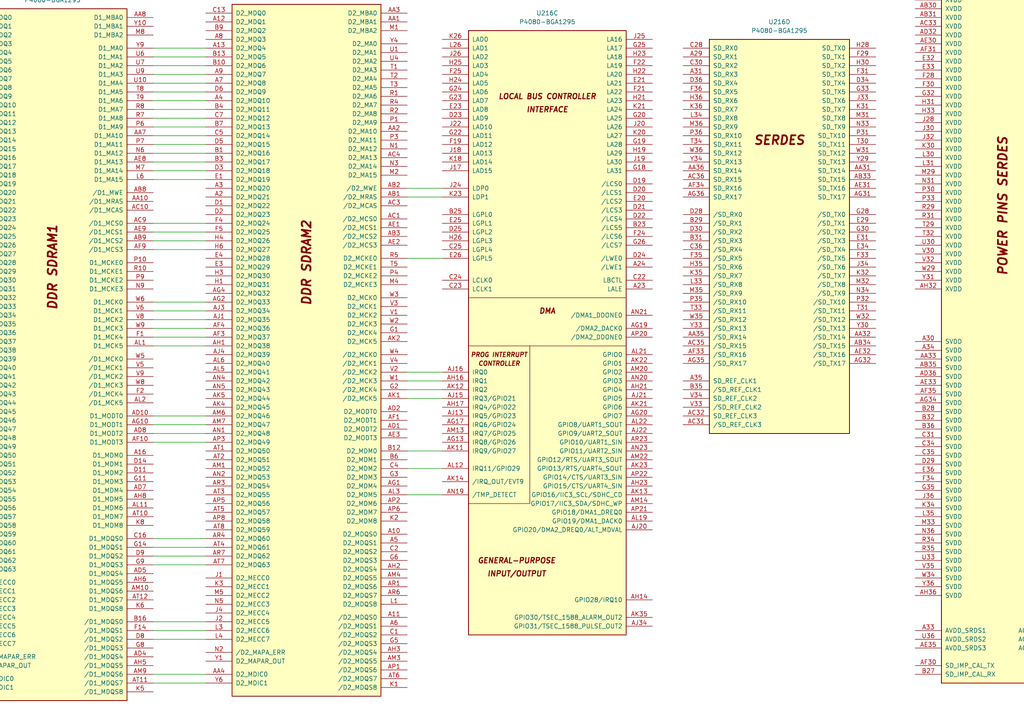
<source format=kicad_sch>
(kicad_sch (version 20250114) (generator "eeschema") (generator_version "9.0")
  (paper "A4")
  (lib_symbols
    (symbol "CPU:P4080-BGA1295" (pin_names (offset 1.016))
      (property "Reference" "U" (at 1.27 19.05 0))
      (property "Value" "P4080-BGA1295" (at 1.27 16.51 0))
      (symbol "P4080-BGA1295_1_1"
        (text "DDR SDRAM1" (at 1.27 26.67 900) (effects (font (size 2.54 2.54) (bold yes) (italic yes))))
        (pin bidirectional line (at -27.94 99.06 0) (length 7.62) (name "D1_MDQ0") (number "A17"))
        (pin bidirectional line (at -27.94 96.52 0) (length 7.62) (name "D1_MDQ1") (number "D17"))
        (pin bidirectional line (at -27.94 93.98 0) (length 7.62) (name "D1_MDQ2") (number "C14"))
        (pin bidirectional line (at -27.94 91.44 0) (length 7.62) (name "D1_MDQ3") (number "A14"))
        (pin bidirectional line (at -27.94 88.9 0) (length 7.62) (name "D1_MDQ4") (number "C17"))
        (pin bidirectional line (at -27.94 86.36 0) (length 7.62) (name "D1_MDQ5") (number "B17"))
        (pin bidirectional line (at -27.94 83.82 0) (length 7.62) (name "D1_MDQ6") (number "A15"))
        (pin bidirectional line (at -27.94 81.28 0) (length 7.62) (name "D1_MDQ7") (number "B15"))
        (pin bidirectional line (at -27.94 78.74 0) (length 7.62) (name "D1_MDQ8") (number "D15"))
        (pin bidirectional line (at -27.94 76.2 0) (length 7.62) (name "D1_MDQ9") (number "G15"))
        (pin bidirectional line (at -27.94 73.66 0) (length 7.62) (name "D1_MDQ10") (number "E12"))
        (pin bidirectional line (at -27.94 71.12 0) (length 7.62) (name "D1_MDQ11") (number "G12"))
        (pin bidirectional line (at -27.94 68.58 0) (length 7.62) (name "D1_MDQ12") (number "F16"))
        (pin bidirectional line (at -27.94 66.04 0) (length 7.62) (name "D1_MDQ13") (number "E15"))
        (pin bidirectional line (at -27.94 63.5 0) (length 7.62) (name "D1_MDQ14") (number "E13"))
        (pin bidirectional line (at -27.94 60.96 0) (length 7.62) (name "D1_MDQ15") (number "F13"))
        (pin bidirectional line (at -27.94 58.42 0) (length 7.62) (name "D1_MDQ16") (number "C8"))
        (pin bidirectional line (at -27.94 55.88 0) (length 7.62) (name "D1_MDQ17") (number "D12"))
        (pin bidirectional line (at -27.94 53.34 0) (length 7.62) (name "D1_MDQ18") (number "E9"))
        (pin bidirectional line (at -27.94 50.8 0) (length 7.62) (name "D1_MDQ19") (number "E10"))
        (pin bidirectional line (at -27.94 48.26 0) (length 7.62) (name "D1_MDQ20") (number "C11"))
        (pin bidirectional line (at -27.94 45.72 0) (length 7.62) (name "D1_MDQ21") (number "C10"))
        (pin bidirectional line (at -27.94 43.18 0) (length 7.62) (name "D1_MDQ22") (number "E6"))
        (pin bidirectional line (at -27.94 40.64 0) (length 7.62) (name "D1_MDQ23") (number "E7"))
        (pin bidirectional line (at -27.94 38.1 0) (length 7.62) (name "D1_MDQ24") (number "F7"))
        (pin bidirectional line (at -27.94 35.56 0) (length 7.62) (name "D1_MDQ25") (number "F11"))
        (pin bidirectional line (at -27.94 33.02 0) (length 7.62) (name "D1_MDQ26") (number "H10"))
        (pin bidirectional line (at -27.94 30.48 0) (length 7.62) (name "D1_MDQ27") (number "J10"))
        (pin bidirectional line (at -27.94 27.94 0) (length 7.62) (name "D1_MDQ28") (number "F10"))
        (pin bidirectional line (at -27.94 25.4 0) (length 7.62) (name "D1_MDQ29") (number "F8"))
        (pin bidirectional line (at -27.94 22.86 0) (length 7.62) (name "D1_MDQ30") (number "H7"))
        (pin bidirectional line (at -27.94 20.32 0) (length 7.62) (name "D1_MDQ31") (number "H9"))
        (pin bidirectional line (at -27.94 17.78 0) (length 7.62) (name "D1_MDQ32") (number "AC7"))
        (pin bidirectional line (at -27.94 15.24 0) (length 7.62) (name "D1_MDQ33") (number "AC6"))
        (pin bidirectional line (at -27.94 12.7 0) (length 7.62) (name "D1_MDQ34") (number "AF6"))
        (pin bidirectional line (at -27.94 10.16 0) (length 7.62) (name "D1_MDQ35") (number "AF7"))
        (pin bidirectional line (at -27.94 7.62 0) (length 7.62) (name "D1_MDQ36") (number "AB5"))
        (pin bidirectional line (at -27.94 5.08 0) (length 7.62) (name "D1_MDQ37") (number "AB6"))
        (pin bidirectional line (at -27.94 2.54 0) (length 7.62) (name "D1_MDQ38") (number "AE5"))
        (pin bidirectional line (at -27.94 0 0) (length 7.62) (name "D1_MDQ39") (number "AE6"))
        (pin bidirectional line (at -27.94 -2.54 0) (length 7.62) (name "D1_MDQ40") (number "AG5"))
        (pin bidirectional line (at -27.94 -5.08 0) (length 7.62) (name "D1_MDQ41") (number "AH9"))
        (pin bidirectional line (at -27.94 -7.62 0) (length 7.62) (name "D1_MDQ42") (number "AJ9"))
        (pin bidirectional line (at -27.94 -10.16 0) (length 7.62) (name "D1_MDQ43") (number "AJ10"))
        (pin bidirectional line (at -27.94 -12.7 0) (length 7.62) (name "D1_MDQ44") (number "AG8"))
        (pin bidirectional line (at -27.94 -15.24 0) (length 7.62) (name "D1_MDQ45") (number "AG7"))
        (pin bidirectional line (at -27.94 -17.78 0) (length 7.62) (name "D1_MDQ46") (number "AJ6"))
        (pin bidirectional line (at -27.94 -20.32 0) (length 7.62) (name "D1_MDQ47") (number "AJ7"))
        (pin bidirectional line (at -27.94 -22.86 0) (length 7.62) (name "D1_MDQ48") (number "AL9"))
        (pin bidirectional line (at -27.94 -25.4 0) (length 7.62) (name "D1_MDQ49") (number "AL8"))
        (pin bidirectional line (at -27.94 -27.94 0) (length 7.62) (name "D1_MDQ50") (number "AN10"))
        (pin bidirectional line (at -27.94 -30.48 0) (length 7.62) (name "D1_MDQ51") (number "AN11"))
        (pin bidirectional line (at -27.94 -33.02 0) (length 7.62) (name "D1_MDQ52") (number "AK8"))
        (pin bidirectional line (at -27.94 -35.56 0) (length 7.62) (name "D1_MDQ53") (number "AK7"))
        (pin bidirectional line (at -27.94 -38.1 0) (length 7.62) (name "D1_MDQ54") (number "AN7"))
        (pin bidirectional line (at -27.94 -40.64 0) (length 7.62) (name "D1_MDQ55") (number "AN8"))
        (pin bidirectional line (at -27.94 -43.18 0) (length 7.62) (name "D1_MDQ56") (number "AT9"))
        (pin bidirectional line (at -27.94 -45.72 0) (length 7.62) (name "D1_MDQ57") (number "AR10"))
        (pin bidirectional line (at -27.94 -48.26 0) (length 7.62) (name "D1_MDQ58") (number "AT13"))
        (pin bidirectional line (at -27.94 -50.8 0) (length 7.62) (name "D1_MDQ59") (number "AR13"))
        (pin bidirectional line (at -27.94 -53.34 0) (length 7.62) (name "D1_MDQ60") (number "AP9"))
        (pin bidirectional line (at -27.94 -55.88 0) (length 7.62) (name "D1_MDQ61") (number "AR9"))
        (pin bidirectional line (at -27.94 -58.42 0) (length 7.62) (name "D1_MDQ62") (number "AR12"))
        (pin bidirectional line (at -27.94 -60.96 0) (length 7.62) (name "D1_MDQ63") (number "AP12"))
        (pin bidirectional line (at -27.94 -64.77 0) (length 7.62) (name "D1_MECC0") (number "K9"))
        (pin bidirectional line (at -27.94 -67.31 0) (length 7.62) (name "D1_MECC1") (number "J5"))
        (pin bidirectional line (at -27.94 -69.85 0) (length 7.62) (name "D1_MECC2") (number "L10"))
        (pin bidirectional line (at -27.94 -72.39 0) (length 7.62) (name "D1_MECC3") (number "M10"))
        (pin bidirectional line (at -27.94 -74.93 0) (length 7.62) (name "D1_MECC4") (number "J8"))
        (pin bidirectional line (at -27.94 -77.47 0) (length 7.62) (name "D1_MECC5") (number "J7"))
        (pin bidirectional line (at -27.94 -80.01 0) (length 7.62) (name "D1_MECC6") (number "L7"))
        (pin bidirectional line (at -27.94 -82.55 0) (length 7.62) (name "D1_MECC7") (number "L9"))
        (pin input line (at -27.94 -86.36 0) (length 7.62) (name "/D1_MAPAR_ERR") (number "N8"))
        (pin output line (at -27.94 -88.9 0) (length 7.62) (name "D1_MAPAR_OUT") (number "Y7"))
        (pin bidirectional line (at -27.94 -92.71 0) (length 7.62) (name "D1_MDIC0") (number "T6"))
        (pin bidirectional line (at -27.94 -95.25 0) (length 7.62) (name "D1_MDIC1") (number "AA5"))
        (pin output line (at 30.48 99.06 180) (length 7.62) (name "D1_MBA0") (number "AA8"))
        (pin output line (at 30.48 96.52 180) (length 7.62) (name "D1_MBA1") (number "Y10"))
        (pin output line (at 30.48 93.98 180) (length 7.62) (name "D1_MBA2") (number "M8"))
        (pin output line (at 30.48 90.17 180) (length 7.62) (name "D1_MA0") (number "Y9"))
        (pin output line (at 30.48 87.63 180) (length 7.62) (name "D1_MA1") (number "U6"))
        (pin output line (at 30.48 85.09 180) (length 7.62) (name "D1_MA2") (number "U7"))
        (pin output line (at 30.48 82.55 180) (length 7.62) (name "D1_MA3") (number "U9"))
        (pin output line (at 30.48 80.01 180) (length 7.62) (name "D1_MA4") (number "U10"))
        (pin output line (at 30.48 77.47 180) (length 7.62) (name "D1_MA5") (number "T8"))
        (pin output line (at 30.48 74.93 180) (length 7.62) (name "D1_MA6") (number "T9"))
        (pin output line (at 30.48 72.39 180) (length 7.62) (name "D1_MA7") (number "R8"))
        (pin output line (at 30.48 69.85 180) (length 7.62) (name "D1_MA8") (number "R7"))
        (pin output line (at 30.48 67.31 180) (length 7.62) (name "D1_MA9") (number "P6"))
        (pin output line (at 30.48 64.77 180) (length 7.62) (name "D1_MA10") (number "AA7"))
        (pin output line (at 30.48 62.23 180) (length 7.62) (name "D1_MA11") (number "P7"))
        (pin output line (at 30.48 59.69 180) (length 7.62) (name "D1_MA12") (number "N6"))
        (pin output line (at 30.48 57.15 180) (length 7.62) (name "D1_MA13") (number "AE8"))
        (pin output line (at 30.48 54.61 180) (length 7.62) (name "D1_MA14") (number "M7"))
        (pin output line (at 30.48 52.07 180) (length 7.62) (name "D1_MA15") (number "L6"))
        (pin output line (at 30.48 48.26 180) (length 7.62) (name "/D1_MWE") (number "AB8"))
        (pin output line (at 30.48 45.72 180) (length 7.62) (name "/D1_MRAS") (number "AA10"))
        (pin output line (at 30.48 43.18 180) (length 7.62) (name "/D1_MCAS") (number "AC10"))
        (pin output line (at 30.48 39.37 180) (length 7.62) (name "/D1_MCS0") (number "AC9"))
        (pin output line (at 30.48 36.83 180) (length 7.62) (name "/D1_MCS1") (number "AE9"))
        (pin output line (at 30.48 34.29 180) (length 7.62) (name "/D1_MCS2") (number "AB9"))
        (pin output line (at 30.48 31.75 180) (length 7.62) (name "/D1_MCS3") (number "AF9"))
        (pin output line (at 30.48 27.94 180) (length 7.62) (name "D1_MCKE0") (number "P10"))
        (pin output line (at 30.48 25.4 180) (length 7.62) (name "D1_MCKE1") (number "R10"))
        (pin output line (at 30.48 22.86 180) (length 7.62) (name "D1_MCKE2") (number "P9"))
        (pin output line (at 30.48 20.32 180) (length 7.62) (name "D1_MCKE3") (number "N9"))
        (pin output line (at 30.48 16.51 180) (length 7.62) (name "D1_MCK0") (number "W6"))
        (pin output line (at 30.48 13.97 180) (length 7.62) (name "D1_MCK1") (number "V6"))
        (pin output line (at 30.48 11.43 180) (length 7.62) (name "D1_MCK2") (number "V8"))
        (pin output line (at 30.48 8.89 180) (length 7.62) (name "D1_MCK3") (number "W9"))
        (pin output line (at 30.48 6.35 180) (length 7.62) (name "D1_MCK4") (number "F1"))
        (pin output line (at 30.48 3.81 180) (length 7.62) (name "D1_MCK5") (number "AL1"))
        (pin output line (at 30.48 0 180) (length 7.62) (name "/D1_MCK0") (number "W5"))
        (pin output line (at 30.48 -2.54 180) (length 7.62) (name "/D1_MCK1") (number "V5"))
        (pin output line (at 30.48 -5.08 180) (length 7.62) (name "/D1_MCK2") (number "V9"))
        (pin output line (at 30.48 -7.62 180) (length 7.62) (name "/D1_MCK3") (number "W8"))
        (pin output line (at 30.48 -10.16 180) (length 7.62) (name "/D1_MCK4") (number "F2"))
        (pin output line (at 30.48 -12.7 180) (length 7.62) (name "/D1_MCK5") (number "AL2"))
        (pin output line (at 30.48 -16.51 180) (length 7.62) (name "D1_MODT0") (number "AD10"))
        (pin output line (at 30.48 -19.05 180) (length 7.62) (name "D1_MODT1") (number "AG10"))
        (pin output line (at 30.48 -21.59 180) (length 7.62) (name "D1_MODT2") (number "AD8"))
        (pin output line (at 30.48 -24.13 180) (length 7.62) (name "D1_MODT3") (number "AF10"))
        (pin output line (at 30.48 -27.94 180) (length 7.62) (name "D1_MDM0") (number "A16"))
        (pin output line (at 30.48 -30.48 180) (length 7.62) (name "D1_MDM1") (number "D14"))
        (pin output line (at 30.48 -33.02 180) (length 7.62) (name "D1_MDM2") (number "D11"))
        (pin output line (at 30.48 -35.56 180) (length 7.62) (name "D1_MDM3") (number "G11"))
        (pin output line (at 30.48 -38.1 180) (length 7.62) (name "D1_MDM4") (number "AD7"))
        (pin output line (at 30.48 -40.64 180) (length 7.62) (name "D1_MDM5") (number "AH8"))
        (pin output line (at 30.48 -43.18 180) (length 7.62) (name "D1_MDM6") (number "AL11"))
        (pin output line (at 30.48 -45.72 180) (length 7.62) (name "D1_MDM7") (number "AT10"))
        (pin output line (at 30.48 -48.26 180) (length 7.62) (name "D1_MDM8") (number "K8"))
        (pin bidirectional line (at 30.48 -52.07 180) (length 7.62) (name "D1_MDQS0") (number "C16"))
        (pin bidirectional line (at 30.48 -54.61 180) (length 7.62) (name "D1_MDQS1") (number "G14"))
        (pin bidirectional line (at 30.48 -57.15 180) (length 7.62) (name "D1_MDQS2") (number "D9"))
        (pin bidirectional line (at 30.48 -59.69 180) (length 7.62) (name "D1_MDQS3") (number "G9"))
        (pin bidirectional line (at 30.48 -62.23 180) (length 7.62) (name "D1_MDQS4") (number "AD5"))
        (pin bidirectional line (at 30.48 -64.77 180) (length 7.62) (name "D1_MDQS5") (number "AH6"))
        (pin bidirectional line (at 30.48 -67.31 180) (length 7.62) (name "D1_MDQS6") (number "AM10"))
        (pin bidirectional line (at 30.48 -69.85 180) (length 7.62) (name "D1_MDQS7") (number "AT12"))
        (pin bidirectional line (at 30.48 -72.39 180) (length 7.62) (name "D1_MDQS8") (number "K6"))
        (pin bidirectional line (at 30.48 -76.2 180) (length 7.62) (name "/D1_MDQS0") (number "B16"))
        (pin bidirectional line (at 30.48 -78.74 180) (length 7.62) (name "/D1_MDQS1") (number "F14"))
        (pin bidirectional line (at 30.48 -81.28 180) (length 7.62) (name "/D1_MDQS2") (number "D8"))
        (pin bidirectional line (at 30.48 -83.82 180) (length 7.62) (name "/D1_MDQS3") (number "G8"))
        (pin bidirectional line (at 30.48 -86.36 180) (length 7.62) (name "/D1_MDQS4") (number "AD4"))
        (pin bidirectional line (at 30.48 -88.9 180) (length 7.62) (name "/D1_MDQS5") (number "AH5"))
        (pin bidirectional line (at 30.48 -91.44 180) (length 7.62) (name "/D1_MDQS6") (number "AM9"))
        (pin bidirectional line (at 30.48 -93.98 180) (length 7.62) (name "/D1_MDQS7") (number "AT11"))
        (pin bidirectional line (at 30.48 -96.52 180) (length 7.62) (name "/D1_MDQS8") (number "K5"))
      )
      (symbol "P4080-BGA1295_2_1"
        (text "DDR SDRAM2" (at 1.27 26.67 900) (effects (font (size 2.54 2.54) (bold yes) (italic yes))))
        (pin bidirectional line (at -27.94 99.06 0) (length 7.62) (name "D2_MDQ0") (number "C13"))
        (pin bidirectional line (at -27.94 96.52 0) (length 7.62) (name "D2_MDQ1") (number "A12"))
        (pin bidirectional line (at -27.94 93.98 0) (length 7.62) (name "D2_MDQ2") (number "B9"))
        (pin bidirectional line (at -27.94 91.44 0) (length 7.62) (name "D2_MDQ3") (number "A8"))
        (pin bidirectional line (at -27.94 88.9 0) (length 7.62) (name "D2_MDQ4") (number "A13"))
        (pin bidirectional line (at -27.94 86.36 0) (length 7.62) (name "D2_MDQ5") (number "B13"))
        (pin bidirectional line (at -27.94 83.82 0) (length 7.62) (name "D2_MDQ6") (number "B10"))
        (pin bidirectional line (at -27.94 81.28 0) (length 7.62) (name "D2_MDQ7") (number "A9"))
        (pin bidirectional line (at -27.94 78.74 0) (length 7.62) (name "D2_MDQ8") (number "A7"))
        (pin bidirectional line (at -27.94 76.2 0) (length 7.62) (name "D2_MDQ9") (number "D6"))
        (pin bidirectional line (at -27.94 73.66 0) (length 7.62) (name "D2_MDQ10") (number "A4"))
        (pin bidirectional line (at -27.94 71.12 0) (length 7.62) (name "D2_MDQ11") (number "B4"))
        (pin bidirectional line (at -27.94 68.58 0) (length 7.62) (name "D2_MDQ12") (number "C7"))
        (pin bidirectional line (at -27.94 66.04 0) (length 7.62) (name "D2_MDQ13") (number "B7"))
        (pin bidirectional line (at -27.94 63.5 0) (length 7.62) (name "D2_MDQ14") (number "C5"))
        (pin bidirectional line (at -27.94 60.96 0) (length 7.62) (name "D2_MDQ15") (number "D5"))
        (pin bidirectional line (at -27.94 58.42 0) (length 7.62) (name "D2_MDQ16") (number "B1"))
        (pin bidirectional line (at -27.94 55.88 0) (length 7.62) (name "D2_MDQ17") (number "B3"))
        (pin bidirectional line (at -27.94 53.34 0) (length 7.62) (name "D2_MDQ18") (number "D3"))
        (pin bidirectional line (at -27.94 50.8 0) (length 7.62) (name "D2_MDQ19") (number "E1"))
        (pin bidirectional line (at -27.94 48.26 0) (length 7.62) (name "D2_MDQ20") (number "A3"))
        (pin bidirectional line (at -27.94 45.72 0) (length 7.62) (name "D2_MDQ21") (number "A2"))
        (pin bidirectional line (at -27.94 43.18 0) (length 7.62) (name "D2_MDQ22") (number "D1"))
        (pin bidirectional line (at -27.94 40.64 0) (length 7.62) (name "D2_MDQ23") (number "D2"))
        (pin bidirectional line (at -27.94 38.1 0) (length 7.62) (name "D2_MDQ24") (number "F4"))
        (pin bidirectional line (at -27.94 35.56 0) (length 7.62) (name "D2_MDQ25") (number "F5"))
        (pin bidirectional line (at -27.94 33.02 0) (length 7.62) (name "D2_MDQ26") (number "H4"))
        (pin bidirectional line (at -27.94 30.48 0) (length 7.62) (name "D2_MDQ27") (number "H6"))
        (pin bidirectional line (at -27.94 27.94 0) (length 7.62) (name "D2_MDQ28") (number "E4"))
        (pin bidirectional line (at -27.94 25.4 0) (length 7.62) (name "D2_MDQ29") (number "E3"))
        (pin bidirectional line (at -27.94 22.86 0) (length 7.62) (name "D2_MDQ30") (number "H3"))
        (pin bidirectional line (at -27.94 20.32 0) (length 7.62) (name "D2_MDQ31") (number "H1"))
        (pin bidirectional line (at -27.94 17.78 0) (length 7.62) (name "D2_MDQ32") (number "AG4"))
        (pin bidirectional line (at -27.94 15.24 0) (length 7.62) (name "D2_MDQ33") (number "AG2"))
        (pin bidirectional line (at -27.94 12.7 0) (length 7.62) (name "D2_MDQ34") (number "AJ3"))
        (pin bidirectional line (at -27.94 10.16 0) (length 7.62) (name "D2_MDQ35") (number "AJ1"))
        (pin bidirectional line (at -27.94 7.62 0) (length 7.62) (name "D2_MDQ36") (number "AF4"))
        (pin bidirectional line (at -27.94 5.08 0) (length 7.62) (name "D2_MDQ37") (number "AF3"))
        (pin bidirectional line (at -27.94 2.54 0) (length 7.62) (name "D2_MDQ38") (number "AH1"))
        (pin bidirectional line (at -27.94 0 0) (length 7.62) (name "D2_MDQ39") (number "AJ4"))
        (pin bidirectional line (at -27.94 -2.54 0) (length 7.62) (name "D2_MDQ40") (number "AL6"))
        (pin bidirectional line (at -27.94 -5.08 0) (length 7.62) (name "D2_MDQ41") (number "AL5"))
        (pin bidirectional line (at -27.94 -7.62 0) (length 7.62) (name "D2_MDQ42") (number "AN4"))
        (pin bidirectional line (at -27.94 -10.16 0) (length 7.62) (name "D2_MDQ43") (number "AN5"))
        (pin bidirectional line (at -27.94 -12.7 0) (length 7.62) (name "D2_MDQ44") (number "AK5"))
        (pin bidirectional line (at -27.94 -15.24 0) (length 7.62) (name "D2_MDQ45") (number "AK4"))
        (pin bidirectional line (at -27.94 -17.78 0) (length 7.62) (name "D2_MDQ46") (number "AM6"))
        (pin bidirectional line (at -27.94 -20.32 0) (length 7.62) (name "D2_MDQ47") (number "AM7"))
        (pin bidirectional line (at -27.94 -22.86 0) (length 7.62) (name "D2_MDQ48") (number "AN1"))
        (pin bidirectional line (at -27.94 -25.4 0) (length 7.62) (name "D2_MDQ49") (number "AP3"))
        (pin bidirectional line (at -27.94 -27.94 0) (length 7.62) (name "D2_MDQ50") (number "AT1"))
        (pin bidirectional line (at -27.94 -30.48 0) (length 7.62) (name "D2_MDQ51") (number "AT2"))
        (pin bidirectional line (at -27.94 -33.02 0) (length 7.62) (name "D2_MDQ52") (number "AM1"))
        (pin bidirectional line (at -27.94 -35.56 0) (length 7.62) (name "D2_MDQ53") (number "AN2"))
        (pin bidirectional line (at -27.94 -38.1 0) (length 7.62) (name "D2_MDQ54") (number "AR3"))
        (pin bidirectional line (at -27.94 -40.64 0) (length 7.62) (name "D2_MDQ55") (number "AT3"))
        (pin bidirectional line (at -27.94 -43.18 0) (length 7.62) (name "D2_MDQ56") (number "AP5"))
        (pin bidirectional line (at -27.94 -45.72 0) (length 7.62) (name "D2_MDQ57") (number "AT5"))
        (pin bidirectional line (at -27.94 -48.26 0) (length 7.62) (name "D2_MDQ58") (number "AP8"))
        (pin bidirectional line (at -27.94 -50.8 0) (length 7.62) (name "D2_MDQ59") (number "AT8"))
        (pin bidirectional line (at -27.94 -53.34 0) (length 7.62) (name "D2_MDQ60") (number "AR4"))
        (pin bidirectional line (at -27.94 -55.88 0) (length 7.62) (name "D2_MDQ61") (number "AT4"))
        (pin bidirectional line (at -27.94 -58.42 0) (length 7.62) (name "D2_MDQ62") (number "AR7"))
        (pin bidirectional line (at -27.94 -60.96 0) (length 7.62) (name "D2_MDQ63") (number "AT7"))
        (pin bidirectional line (at -27.94 -64.77 0) (length 7.62) (name "D2_MECC0") (number "J1"))
        (pin bidirectional line (at -27.94 -67.31 0) (length 7.62) (name "D2_MECC1") (number "K3"))
        (pin bidirectional line (at -27.94 -69.85 0) (length 7.62) (name "D2_MECC2") (number "M5"))
        (pin bidirectional line (at -27.94 -72.39 0) (length 7.62) (name "D2_MECC3") (number "N5"))
        (pin bidirectional line (at -27.94 -74.93 0) (length 7.62) (name "D2_MECC4") (number "J4"))
        (pin bidirectional line (at -27.94 -77.47 0) (length 7.62) (name "D2_MECC5") (number "J2"))
        (pin bidirectional line (at -27.94 -80.01 0) (length 7.62) (name "D2_MECC6") (number "L3"))
        (pin bidirectional line (at -27.94 -82.55 0) (length 7.62) (name "D2_MECC7") (number "L4"))
        (pin input line (at -27.94 -86.36 0) (length 7.62) (name "/D2_MAPA_ERR") (number "N2"))
        (pin output line (at -27.94 -88.9 0) (length 7.62) (name "D2_MAPAR_OUT") (number "Y1"))
        (pin bidirectional line (at -27.94 -92.71 0) (length 7.62) (name "D2_MDIC0") (number "AA4"))
        (pin bidirectional line (at -27.94 -95.25 0) (length 7.62) (name "D2_MDIC1") (number "Y6"))
        (pin output line (at 30.48 99.06 180) (length 7.62) (name "D2_MBA0") (number "AA3"))
        (pin output line (at 30.48 96.52 180) (length 7.62) (name "D2_MBA1") (number "AA1"))
        (pin output line (at 30.48 93.98 180) (length 7.62) (name "D2_MBA2") (number "M1"))
        (pin output line (at 30.48 90.17 180) (length 7.62) (name "D2_MA0") (number "Y4"))
        (pin output line (at 30.48 87.63 180) (length 7.62) (name "D2_MA1") (number "U1"))
        (pin output line (at 30.48 85.09 180) (length 7.62) (name "D2_MA2") (number "U4"))
        (pin output line (at 30.48 82.55 180) (length 7.62) (name "D2_MA3") (number "T1"))
        (pin output line (at 30.48 80.01 180) (length 7.62) (name "D2_MA4") (number "T2"))
        (pin output line (at 30.48 77.47 180) (length 7.62) (name "D2_MA5") (number "T3"))
        (pin output line (at 30.48 74.93 180) (length 7.62) (name "D2_MA6") (number "R1"))
        (pin output line (at 30.48 72.39 180) (length 7.62) (name "D2_MA7") (number "R4"))
        (pin output line (at 30.48 69.85 180) (length 7.62) (name "D2_MA8") (number "R2"))
        (pin output line (at 30.48 67.31 180) (length 7.62) (name "D2_MA9") (number "P1"))
        (pin output line (at 30.48 64.77 180) (length 7.62) (name "D2_MA10") (number "AA2"))
        (pin output line (at 30.48 62.23 180) (length 7.62) (name "D2_MA11") (number "P3"))
        (pin output line (at 30.48 59.69 180) (length 7.62) (name "D2_MA12") (number "N1"))
        (pin output line (at 30.48 57.15 180) (length 7.62) (name "D2_MA13") (number "AC4"))
        (pin output line (at 30.48 54.61 180) (length 7.62) (name "D2_MA14") (number "N3"))
        (pin output line (at 30.48 52.07 180) (length 7.62) (name "D2_MA15") (number "M2"))
        (pin output line (at 30.48 48.26 180) (length 7.62) (name "/D2_MWE") (number "AB2"))
        (pin output line (at 30.48 45.72 180) (length 7.62) (name "/D2_MRAS") (number "AB1"))
        (pin output line (at 30.48 43.18 180) (length 7.62) (name "/D2_MCAS") (number "AC3"))
        (pin output line (at 30.48 39.37 180) (length 7.62) (name "/D2_MCS0") (number "AC1"))
        (pin output line (at 30.48 36.83 180) (length 7.62) (name "/D2_MCS1") (number "AE1"))
        (pin output line (at 30.48 34.29 180) (length 7.62) (name "/D2_MCS2") (number "AB3"))
        (pin output line (at 30.48 31.75 180) (length 7.62) (name "/D2_MCS3") (number "AE2"))
        (pin output line (at 30.48 27.94 180) (length 7.62) (name "D2_MCKE0") (number "R5"))
        (pin output line (at 30.48 25.4 180) (length 7.62) (name "D2_MCKE1") (number "T5"))
        (pin output line (at 30.48 22.86 180) (length 7.62) (name "D2_MCKE2") (number "P4"))
        (pin output line (at 30.48 20.32 180) (length 7.62) (name "D2_MCKE3") (number "M4"))
        (pin output line (at 30.48 16.51 180) (length 7.62) (name "D2_MCK0") (number "W3"))
        (pin output line (at 30.48 13.97 180) (length 7.62) (name "D2_MCK1") (number "V3"))
        (pin output line (at 30.48 11.43 180) (length 7.62) (name "D2_MCK2") (number "V1"))
        (pin output line (at 30.48 8.89 180) (length 7.62) (name "D2_MCK3") (number "W2"))
        (pin output line (at 30.48 6.35 180) (length 7.62) (name "D2_MCK4") (number "G1"))
        (pin output line (at 30.48 3.81 180) (length 7.62) (name "D2_MCK5") (number "AK2"))
        (pin output line (at 30.48 0 180) (length 7.62) (name "/D2_MCK0") (number "W4"))
        (pin output line (at 30.48 -2.54 180) (length 7.62) (name "/D2_MCK1") (number "V4"))
        (pin output line (at 30.48 -5.08 180) (length 7.62) (name "/D2_MCK2") (number "V2"))
        (pin output line (at 30.48 -7.62 180) (length 7.62) (name "/D2_MCK3") (number "W1"))
        (pin output line (at 30.48 -10.16 180) (length 7.62) (name "/D2_MCK4") (number "G2"))
        (pin output line (at 30.48 -12.7 180) (length 7.62) (name "/D2_MCK5") (number "AK1"))
        (pin output line (at 30.48 -16.51 180) (length 7.62) (name "D2_MODT0") (number "AD2"))
        (pin output line (at 30.48 -19.05 180) (length 7.62) (name "D2_MODT1") (number "AF1"))
        (pin output line (at 30.48 -21.59 180) (length 7.62) (name "D2_MODT2") (number "AD1"))
        (pin output line (at 30.48 -24.13 180) (length 7.62) (name "D2_MODT3") (number "AE3"))
        (pin output line (at 30.48 -27.94 180) (length 7.62) (name "D2_MDM0") (number "B12"))
        (pin output line (at 30.48 -30.48 180) (length 7.62) (name "D2_MDM1") (number "B6"))
        (pin output line (at 30.48 -33.02 180) (length 7.62) (name "D2_MDM2") (number "C4"))
        (pin output line (at 30.48 -35.56 180) (length 7.62) (name "D2_MDM3") (number "G3"))
        (pin output line (at 30.48 -38.1 180) (length 7.62) (name "D2_MDM4") (number "AG1"))
        (pin output line (at 30.48 -40.64 180) (length 7.62) (name "D2_MDM5") (number "AL3"))
        (pin output line (at 30.48 -43.18 180) (length 7.62) (name "D2_MDM6") (number "AP2"))
        (pin output line (at 30.48 -45.72 180) (length 7.62) (name "D2_MDM7") (number "AP6"))
        (pin output line (at 30.48 -48.26 180) (length 7.62) (name "D2_MDM8") (number "K2"))
        (pin bidirectional line (at 30.48 -52.07 180) (length 7.62) (name "D2_MDQS0") (number "A10"))
        (pin bidirectional line (at 30.48 -54.61 180) (length 7.62) (name "D2_MDQS1") (number "A5"))
        (pin bidirectional line (at 30.48 -57.15 180) (length 7.62) (name "D2_MDQS2") (number "C2"))
        (pin bidirectional line (at 30.48 -59.69 180) (length 7.62) (name "D2_MDQS3") (number "G6"))
        (pin bidirectional line (at 30.48 -62.23 180) (length 7.62) (name "D2_MDQS4") (number "AH2"))
        (pin bidirectional line (at 30.48 -64.77 180) (length 7.62) (name "D2_MDQS5") (number "AM4"))
        (pin bidirectional line (at 30.48 -67.31 180) (length 7.62) (name "D2_MDQS6") (number "AR1"))
        (pin bidirectional line (at 30.48 -69.85 180) (length 7.62) (name "D2_MDQS7") (number "AR6"))
        (pin bidirectional line (at 30.48 -72.39 180) (length 7.62) (name "D2_MDQS8") (number "L1"))
        (pin bidirectional line (at 30.48 -76.2 180) (length 7.62) (name "/D2_MDQS0") (number "A11"))
        (pin bidirectional line (at 30.48 -78.74 180) (length 7.62) (name "/D2_MDQS1") (number "A6"))
        (pin bidirectional line (at 30.48 -81.28 180) (length 7.62) (name "/D2_MDQS2") (number "C1"))
        (pin bidirectional line (at 30.48 -83.82 180) (length 7.62) (name "/D2_MDQS3") (number "G5"))
        (pin bidirectional line (at 30.48 -86.36 180) (length 7.62) (name "/D2_MDQS4") (number "AH3"))
        (pin bidirectional line (at 30.48 -88.9 180) (length 7.62) (name "/D2_MDQS5") (number "AM3"))
        (pin bidirectional line (at 30.48 -91.44 180) (length 7.62) (name "/D2_MDQS6") (number "AP1"))
        (pin bidirectional line (at 30.48 -93.98 180) (length 7.62) (name "/D2_MDQS7") (number "AT6"))
        (pin bidirectional line (at 30.48 -96.52 180) (length 7.62) (name "/D2_MDQS8") (number "K1"))
      )
      (symbol "P4080-BGA1295_3_1"
        (text "PROG INTERRUPT" (at -13.97 -5.08 0) (effects (font (size 1.27 1.27) (bold yes) (italic yes))))
        (text "CONTROLLER" (at -13.97 -7.62 0) (effects (font (size 1.27 1.27) (bold yes) (italic yes))))
        (text "GENERAL-PURPOSE" (at -8.89 -64.77 0) (effects (font (size 1.524 1.524) (bold yes) (italic yes))))
        (text "INPUT/OUTPUT" (at -8.89 -68.58 0) (effects (font (size 1.524 1.524) (bold yes) (italic yes))))
        (text "LOCAL BUS CONTROLLER" (at 0 69.85 0) (effects (font (size 1.524 1.524) (bold yes) (italic yes))))
        (text "INTERFACE" (at 0 66.04 0) (effects (font (size 1.524 1.524) (bold yes) (italic yes))))
        (text "DMA" (at 0 7.62 0) (effects (font (size 1.524 1.524) (bold yes) (italic yes))))
        (pin bidirectional line (at -30.48 86.36 0) (length 7.62) (name "LAD0") (number "K26"))
        (pin bidirectional line (at -30.48 83.82 0) (length 7.62) (name "LAD1") (number "L26"))
        (pin bidirectional line (at -30.48 81.28 0) (length 7.62) (name "LAD2") (number "J26"))
        (pin bidirectional line (at -30.48 78.74 0) (length 7.62) (name "LAD3") (number "H25"))
        (pin bidirectional line (at -30.48 76.2 0) (length 7.62) (name "LAD4") (number "F25"))
        (pin bidirectional line (at -30.48 73.66 0) (length 7.62) (name "LAD5") (number "H24"))
        (pin bidirectional line (at -30.48 71.12 0) (length 7.62) (name "LAD6") (number "G24"))
        (pin bidirectional line (at -30.48 68.58 0) (length 7.62) (name "LAD7") (number "G23"))
        (pin bidirectional line (at -30.48 66.04 0) (length 7.62) (name "LAD8") (number "E23"))
        (pin bidirectional line (at -30.48 63.5 0) (length 7.62) (name "LAD9") (number "D23"))
        (pin bidirectional line (at -30.48 60.96 0) (length 7.62) (name "LAD10") (number "J22"))
        (pin bidirectional line (at -30.48 58.42 0) (length 7.62) (name "LAD11") (number "G22"))
        (pin bidirectional line (at -30.48 55.88 0) (length 7.62) (name "LAD12") (number "F19"))
        (pin bidirectional line (at -30.48 53.34 0) (length 7.62) (name "LAD13") (number "J18"))
        (pin bidirectional line (at -30.48 50.8 0) (length 7.62) (name "LAD14") (number "K18"))
        (pin bidirectional line (at -30.48 48.26 0) (length 7.62) (name "LAD15") (number "J17"))
        (pin bidirectional line (at -30.48 43.18 0) (length 7.62) (name "LDP0") (number "J24"))
        (pin bidirectional line (at -30.48 40.64 0) (length 7.62) (name "LDP1") (number "K23"))
        (pin output line (at -30.48 35.56 0) (length 7.62) (name "LGPL0") (number "B25"))
        (pin output line (at -30.48 33.02 0) (length 7.62) (name "LGPL1") (number "E25"))
        (pin output line (at -30.48 30.48 0) (length 7.62) (name "LGPL2") (number "D25"))
        (pin output line (at -30.48 27.94 0) (length 7.62) (name "LGPL3") (number "H26"))
        (pin bidirectional line (at -30.48 25.4 0) (length 7.62) (name "LGPL4") (number "C25"))
        (pin output line (at -30.48 22.86 0) (length 7.62) (name "LGPL5") (number "E26"))
        (pin output line (at -30.48 16.51 0) (length 7.62) (name "LCLK0") (number "C24"))
        (pin output line (at -30.48 13.97 0) (length 7.62) (name "LCLK1") (number "C23"))
        (pin input line (at -30.48 -10.16 0) (length 7.62) (name "IRQ0") (number "AJ16"))
        (pin input line (at -30.48 -12.7 0) (length 7.62) (name "IRQ1") (number "AH16"))
        (pin input line (at -30.48 -15.24 0) (length 7.62) (name "IRQ2") (number "AK12"))
        (pin input line (at -30.48 -17.78 0) (length 7.62) (name "IRQ3/GPIO21") (number "AJ15"))
        (pin input line (at -30.48 -20.32 0) (length 7.62) (name "IRQ4/GPIO22") (number "AH17"))
        (pin input line (at -30.48 -22.86 0) (length 7.62) (name "IRQ5/GPIO23") (number "AJ13"))
        (pin input line (at -30.48 -25.4 0) (length 7.62) (name "IRQ6/GPIO24") (number "AG17"))
        (pin input line (at -30.48 -27.94 0) (length 7.62) (name "IRQ7/GPIO25") (number "AM13"))
        (pin input line (at -30.48 -30.48 0) (length 7.62) (name "IRQ8/GPIO26") (number "AG13"))
        (pin input line (at -30.48 -33.02 0) (length 7.62) (name "IRQ9/GPIO27") (number "AK11"))
        (pin input line (at -30.48 -38.1 0) (length 7.62) (name "IRQ11/GPIO29") (number "AL12"))
        (pin output line (at -30.48 -41.91 0) (length 7.62) (name "/IRQ_OUT/EVT9") (number "AK14"))
        (pin input line (at -30.48 -45.72 0) (length 7.62) (name "/TMP_DETECT") (number "AN19"))
        (pin output line (at 30.48 86.36 180) (length 7.62) (name "LA16") (number "J25"))
        (pin output line (at 30.48 83.82 180) (length 7.62) (name "LA17") (number "G25"))
        (pin output line (at 30.48 81.28 180) (length 7.62) (name "LA18") (number "H23"))
        (pin output line (at 30.48 78.74 180) (length 7.62) (name "LA19") (number "F22"))
        (pin output line (at 30.48 76.2 180) (length 7.62) (name "LA20") (number "H22"))
        (pin output line (at 30.48 73.66 180) (length 7.62) (name "LA21") (number "E21"))
        (pin output line (at 30.48 71.12 180) (length 7.62) (name "LA22") (number "F21"))
        (pin output line (at 30.48 68.58 180) (length 7.62) (name "LA23") (number "H21"))
        (pin output line (at 30.48 66.04 180) (length 7.62) (name "LA24") (number "K21"))
        (pin output line (at 30.48 63.5 180) (length 7.62) (name "LA25") (number "G20"))
        (pin output line (at 30.48 60.96 180) (length 7.62) (name "LA26") (number "J20"))
        (pin output line (at 30.48 58.42 180) (length 7.62) (name "LA27") (number "K20"))
        (pin output line (at 30.48 55.88 180) (length 7.62) (name "LA28") (number "G19"))
        (pin output line (at 30.48 53.34 180) (length 7.62) (name "LA29") (number "H19"))
        (pin output line (at 30.48 50.8 180) (length 7.62) (name "LA30") (number "J19"))
        (pin output line (at 30.48 48.26 180) (length 7.62) (name "LA31") (number "G18"))
        (pin output line (at 30.48 44.45 180) (length 7.62) (name "/LCS0") (number "D19"))
        (pin output line (at 30.48 41.91 180) (length 7.62) (name "/LCS1") (number "D20"))
        (pin output line (at 30.48 39.37 180) (length 7.62) (name "/LCS2") (number "E20"))
        (pin output line (at 30.48 36.83 180) (length 7.62) (name "/LCS3") (number "D21"))
        (pin output line (at 30.48 34.29 180) (length 7.62) (name "/LCS4") (number "D22"))
        (pin output line (at 30.48 31.75 180) (length 7.62) (name "/LCS5") (number "B23"))
        (pin output line (at 30.48 29.21 180) (length 7.62) (name "/LCS6") (number "F24"))
        (pin output line (at 30.48 26.67 180) (length 7.62) (name "/LCS7") (number "G26"))
        (pin output line (at 30.48 22.86 180) (length 7.62) (name "/LWE0") (number "D24"))
        (pin output line (at 30.48 20.32 180) (length 7.62) (name "/LWE1") (number "A24"))
        (pin output line (at 30.48 16.51 180) (length 7.62) (name "LBCTL") (number "C22"))
        (pin bidirectional line (at 30.48 13.97 180) (length 7.62) (name "LALE") (number "A23"))
        (pin output line (at 30.48 6.35 180) (length 7.62) (name "/DMA1_DDONE0") (number "AN21"))
        (pin output line (at 30.48 2.54 180) (length 7.62) (name "/DMA2_DACK0") (number "AG19"))
        (pin output line (at 30.48 0 180) (length 7.62) (name "/DMA2_DDONE0") (number "AP20"))
        (pin bidirectional line (at 30.48 -5.08 180) (length 7.62) (name "GPIO0") (number "AL21"))
        (pin bidirectional line (at 30.48 -7.62 180) (length 7.62) (name "GPIO1") (number "AK22"))
        (pin bidirectional line (at 30.48 -10.16 180) (length 7.62) (name "GPIO2") (number "AM20"))
        (pin bidirectional line (at 30.48 -12.7 180) (length 7.62) (name "GPIO3") (number "AN20"))
        (pin bidirectional line (at 30.48 -15.24 180) (length 7.62) (name "GPIO4") (number "AH21"))
        (pin bidirectional line (at 30.48 -17.78 180) (length 7.62) (name "GPIO5") (number "AJ21"))
        (pin bidirectional line (at 30.48 -20.32 180) (length 7.62) (name "GPIO6") (number "AK21"))
        (pin bidirectional line (at 30.48 -22.86 180) (length 7.62) (name "GPIO7") (number "AG20"))
        (pin bidirectional line (at 30.48 -25.4 180) (length 7.62) (name "GPIO8/UART1_SOUT") (number "AL22"))
        (pin bidirectional line (at 30.48 -27.94 180) (length 7.62) (name "GPIO9/UART2_SOUT") (number "AJ22"))
        (pin bidirectional line (at 30.48 -30.48 180) (length 7.62) (name "GPIO10/UART1_SIN") (number "AR23"))
        (pin bidirectional line (at 30.48 -33.02 180) (length 7.62) (name "GPIO11/UART2_SIN") (number "AN23"))
        (pin bidirectional line (at 30.48 -35.56 180) (length 7.62) (name "GPIO12/RTS/UART3_SOUT") (number "AM22"))
        (pin bidirectional line (at 30.48 -38.1 180) (length 7.62) (name "GPIO13/RTS/UART4_SOUT") (number "AK23"))
        (pin bidirectional line (at 30.48 -40.64 180) (length 7.62) (name "GPIO14/CTS/UART3_SIN") (number "AP22"))
        (pin bidirectional line (at 30.48 -43.18 180) (length 7.62) (name "GPIO15/CTS/UART4_SIN") (number "AH23"))
        (pin bidirectional line (at 30.48 -45.72 180) (length 7.62) (name "GPIO16/IIC3_SCL/SDHC_CD") (number "AK13"))
        (pin bidirectional line (at 30.48 -48.26 180) (length 7.62) (name "GPIO17/IIC3_SDA/SDHC_WP") (number "AM14"))
        (pin bidirectional line (at 30.48 -50.8 180) (length 7.62) (name "GPIO18/DMA1_DREQ0") (number "AP21"))
        (pin bidirectional line (at 30.48 -53.34 180) (length 7.62) (name "GPIO19/DMA1_DACK0") (number "AL19"))
        (pin bidirectional line (at 30.48 -55.88 180) (length 7.62) (name "GPIO20/DMA2_DREQ0/ALT_MDVAL") (number "AJ20"))
        (pin bidirectional line (at 30.48 -76.2 180) (length 7.62) (name "GPIO28/IRQ10") (number "AH14"))
        (pin bidirectional line (at 30.48 -81.28 180) (length 7.62) (name "GPIO30/TSEC_1588_ALARM_OUT2") (number "AK35"))
        (pin bidirectional line (at 30.48 -83.82 180) (length 7.62) (name "GPIO31/TSEC_1588_PULSE_OUT2") (number "AJ34"))
      )
      (symbol "P4080-BGA1295_4_1"
        (text "SERDES" (at 0 29.21 0) (effects (font (size 2.54 2.54) (bold yes) (italic yes))))
        (pin input line (at -27.94 55.88 0) (length 7.62) (name "SD_RX0") (number "C28"))
        (pin input line (at -27.94 53.34 0) (length 7.62) (name "SD_RX1") (number "A29"))
        (pin input line (at -27.94 50.8 0) (length 7.62) (name "SD_RX2") (number "C30"))
        (pin input line (at -27.94 48.26 0) (length 7.62) (name "SD_RX3") (number "A31"))
        (pin input line (at -27.94 45.72 0) (length 7.62) (name "SD_RX4") (number "D36"))
        (pin input line (at -27.94 43.18 0) (length 7.62) (name "SD_RX5") (number "F36"))
        (pin input line (at -27.94 40.64 0) (length 7.62) (name "SD_RX6") (number "H36"))
        (pin input line (at -27.94 38.1 0) (length 7.62) (name "SD_RX7") (number "K36"))
        (pin input line (at -27.94 35.56 0) (length 7.62) (name "SD_RX8") (number "L34"))
        (pin input line (at -27.94 33.02 0) (length 7.62) (name "SD_RX9") (number "M36"))
        (pin input line (at -27.94 30.48 0) (length 7.62) (name "SD_RX10") (number "P36"))
        (pin input line (at -27.94 27.94 0) (length 7.62) (name "SD_RX11") (number "T34"))
        (pin input line (at -27.94 25.4 0) (length 7.62) (name "SD_RX12") (number "W36"))
        (pin input line (at -27.94 22.86 0) (length 7.62) (name "SD_RX13") (number "Y34"))
        (pin input line (at -27.94 20.32 0) (length 7.62) (name "SD_RX14") (number "AA36"))
        (pin input line (at -27.94 17.78 0) (length 7.62) (name "SD_RX15") (number "AC36"))
        (pin input line (at -27.94 15.24 0) (length 7.62) (name "SD_RX16") (number "AF34"))
        (pin input line (at -27.94 12.7 0) (length 7.62) (name "SD_RX17") (number "AG36"))
        (pin input line (at -27.94 7.62 0) (length 7.62) (name "/SD_RX0") (number "D28"))
        (pin input line (at -27.94 5.08 0) (length 7.62) (name "/SD_RX1") (number "B29"))
        (pin input line (at -27.94 2.54 0) (length 7.62) (name "/SD_RX2") (number "D30"))
        (pin input line (at -27.94 0 0) (length 7.62) (name "/SD_RX3") (number "B31"))
        (pin input line (at -27.94 -2.54 0) (length 7.62) (name "/SD_RX4") (number "C36"))
        (pin input line (at -27.94 -5.08 0) (length 7.62) (name "/SD_RX5") (number "F35"))
        (pin input line (at -27.94 -7.62 0) (length 7.62) (name "/SD_RX6") (number "H35"))
        (pin input line (at -27.94 -10.16 0) (length 7.62) (name "/SD_RX7") (number "K35"))
        (pin input line (at -27.94 -12.7 0) (length 7.62) (name "/SD_RX8") (number "L33"))
        (pin input line (at -27.94 -15.24 0) (length 7.62) (name "/SD_RX9") (number "M35"))
        (pin input line (at -27.94 -17.78 0) (length 7.62) (name "/SD_RX10") (number "P35"))
        (pin input line (at -27.94 -20.32 0) (length 7.62) (name "/SD_RX11") (number "T33"))
        (pin input line (at -27.94 -22.86 0) (length 7.62) (name "/SD_RX12") (number "W35"))
        (pin input line (at -27.94 -25.4 0) (length 7.62) (name "/SD_RX13") (number "Y33"))
        (pin input line (at -27.94 -27.94 0) (length 7.62) (name "/SD_RX14") (number "AA35"))
        (pin input line (at -27.94 -30.48 0) (length 7.62) (name "/SD_RX15") (number "AC35"))
        (pin input line (at -27.94 -33.02 0) (length 7.62) (name "/SD_RX16") (number "AF33"))
        (pin input line (at -27.94 -35.56 0) (length 7.62) (name "/SD_RX17") (number "AG35"))
        (pin input line (at -27.94 -40.64 0) (length 7.62) (name "SD_REF_CLK1") (number "A35"))
        (pin input line (at -27.94 -43.18 0) (length 7.62) (name "/SD_REF_CLK1") (number "B35"))
        (pin input line (at -27.94 -45.72 0) (length 7.62) (name "SD_REF_CLK2") (number "V34"))
        (pin input line (at -27.94 -48.26 0) (length 7.62) (name "/SD_REF_CLK2") (number "V33"))
        (pin input line (at -27.94 -50.8 0) (length 7.62) (name "SD_REF_CLK3") (number "AC32"))
        (pin input line (at -27.94 -53.34 0) (length 7.62) (name "/SD_REF_CLK3") (number "AC31"))
        (pin output line (at 27.94 55.88 180) (length 7.62) (name "SD_TX0") (number "H28"))
        (pin output line (at 27.94 53.34 180) (length 7.62) (name "SD_TX1") (number "F29"))
        (pin output line (at 27.94 50.8 180) (length 7.62) (name "SD_TX2") (number "H30"))
        (pin output line (at 27.94 48.26 180) (length 7.62) (name "SD_TX3") (number "F31"))
        (pin output line (at 27.94 45.72 180) (length 7.62) (name "SD_TX4") (number "D34"))
        (pin output line (at 27.94 43.18 180) (length 7.62) (name "SD_TX5") (number "G33"))
        (pin output line (at 27.94 40.64 180) (length 7.62) (name "SD_TX6") (number "J33"))
        (pin output line (at 27.94 38.1 180) (length 7.62) (name "SD_TX7") (number "K31"))
        (pin output line (at 27.94 35.56 180) (length 7.62) (name "SD_TX8") (number "M31"))
        (pin output line (at 27.94 33.02 180) (length 7.62) (name "SD_TX9") (number "N33"))
        (pin output line (at 27.94 30.48 180) (length 7.62) (name "SD_TX10") (number "P31"))
        (pin output line (at 27.94 27.94 180) (length 7.62) (name "SD_TX11") (number "T30"))
        (pin output line (at 27.94 25.4 180) (length 7.62) (name "SD_TX12") (number "W31"))
        (pin output line (at 27.94 22.86 180) (length 7.62) (name "SD_TX13") (number "Y29"))
        (pin output line (at 27.94 20.32 180) (length 7.62) (name "SD_TX14") (number "AA31"))
        (pin output line (at 27.94 17.78 180) (length 7.62) (name "SD_TX15") (number "AB33"))
        (pin output line (at 27.94 15.24 180) (length 7.62) (name "SD_TX16") (number "AE31"))
        (pin output line (at 27.94 12.7 180) (length 7.62) (name "SD_TX17") (number "AG31"))
        (pin output line (at 27.94 7.62 180) (length 7.62) (name "/SD_TX0") (number "G28"))
        (pin output line (at 27.94 5.08 180) (length 7.62) (name "/SD_TX1") (number "E29"))
        (pin output line (at 27.94 2.54 180) (length 7.62) (name "/SD_TX2") (number "G30"))
        (pin output line (at 27.94 0 180) (length 7.62) (name "/SD_TX3") (number "E31"))
        (pin output line (at 27.94 -2.54 180) (length 7.62) (name "/SD_TX4") (number "E34"))
        (pin output line (at 27.94 -5.08 180) (length 7.62) (name "/SD_TX5") (number "F33"))
        (pin output line (at 27.94 -7.62 180) (length 7.62) (name "/SD_TX6") (number "J34"))
        (pin output line (at 27.94 -10.16 180) (length 7.62) (name "/SD_TX7") (number "K32"))
        (pin output line (at 27.94 -12.7 180) (length 7.62) (name "/SD_TX8") (number "M32"))
        (pin output line (at 27.94 -15.24 180) (length 7.62) (name "/SD_TX9") (number "N34"))
        (pin output line (at 27.94 -17.78 180) (length 7.62) (name "/SD_TX10") (number "P32"))
        (pin output line (at 27.94 -20.32 180) (length 7.62) (name "/SD_TX11") (number "T31"))
        (pin output line (at 27.94 -22.86 180) (length 7.62) (name "/SD_TX12") (number "W32"))
        (pin output line (at 27.94 -25.4 180) (length 7.62) (name "/SD_TX13") (number "Y30"))
        (pin output line (at 27.94 -27.94 180) (length 7.62) (name "/SD_TX14") (number "AA32"))
        (pin output line (at 27.94 -30.48 180) (length 7.62) (name "/SD_TX15") (number "AB34"))
        (pin output line (at 27.94 -33.02 180) (length 7.62) (name "/SD_TX16") (number "AE32"))
        (pin output line (at 27.94 -35.56 180) (length 7.62) (name "/SD_TX17") (number "AG32"))
      )
      (symbol "P4080-BGA1295_5_1"
        (text "POWER PINS SERDES" (at 0 39.37 900) (effects (font (size 2.54 2.54) (bold yes) (italic yes))))
        (pin power_in line (at -25.4 99.06 0) (length 7.62) (name "XVDD") (number "AA29"))
        (pin power_in line (at -25.4 96.52 0) (length 7.62) (name "XVDD") (number "AB30"))
        (pin power_in line (at -25.4 93.98 0) (length 7.62) (name "XVDD") (number "AB31"))
        (pin power_in line (at -25.4 91.44 0) (length 7.62) (name "XVDD") (number "AC33"))
        (pin power_in line (at -25.4 88.9 0) (length 7.62) (name "XVDD") (number "AD32"))
        (pin power_in line (at -25.4 86.36 0) (length 7.62) (name "XVDD") (number "AE30"))
        (pin power_in line (at -25.4 83.82 0) (length 7.62) (name "XVDD") (number "AF31"))
        (pin power_in line (at -25.4 81.28 0) (length 7.62) (name "XVDD") (number "E32"))
        (pin power_in line (at -25.4 78.74 0) (length 7.62) (name "XVDD") (number "E33"))
        (pin power_in line (at -25.4 76.2 0) (length 7.62) (name "XVDD") (number "F28"))
        (pin power_in line (at -25.4 73.66 0) (length 7.62) (name "XVDD") (number "F30"))
        (pin power_in line (at -25.4 71.12 0) (length 7.62) (name "XVDD") (number "G32"))
        (pin power_in line (at -25.4 68.58 0) (length 7.62) (name "XVDD") (number "H31"))
        (pin power_in line (at -25.4 66.04 0) (length 7.62) (name "XVDD") (number "H33"))
        (pin power_in line (at -25.4 63.5 0) (length 7.62) (name "XVDD") (number "J28"))
        (pin power_in line (at -25.4 60.96 0) (length 7.62) (name "XVDD") (number "J30"))
        (pin power_in line (at -25.4 58.42 0) (length 7.62) (name "XVDD") (number "J32"))
        (pin power_in line (at -25.4 55.88 0) (length 7.62) (name "XVDD") (number "K30"))
        (pin power_in line (at -25.4 53.34 0) (length 7.62) (name "XVDD") (number "L30"))
        (pin power_in line (at -25.4 50.8 0) (length 7.62) (name "XVDD") (number "L31"))
        (pin power_in line (at -25.4 48.26 0) (length 7.62) (name "XVDD") (number "M29"))
        (pin power_in line (at -25.4 45.72 0) (length 7.62) (name "XVDD") (number "N31"))
        (pin power_in line (at -25.4 43.18 0) (length 7.62) (name "XVDD") (number "P30"))
        (pin power_in line (at -25.4 40.64 0) (length 7.62) (name "XVDD") (number "P33"))
        (pin power_in line (at -25.4 38.1 0) (length 7.62) (name "XVDD") (number "R29"))
        (pin power_in line (at -25.4 35.56 0) (length 7.62) (name "XVDD") (number "R31"))
        (pin power_in line (at -25.4 33.02 0) (length 7.62) (name "XVDD") (number "T29"))
        (pin power_in line (at -25.4 30.48 0) (length 7.62) (name "XVDD") (number "T32"))
        (pin power_in line (at -25.4 27.94 0) (length 7.62) (name "XVDD") (number "U30"))
        (pin power_in line (at -25.4 25.4 0) (length 7.62) (name "XVDD") (number "V30"))
        (pin power_in line (at -25.4 22.86 0) (length 7.62) (name "XVDD") (number "V32"))
        (pin power_in line (at -25.4 20.32 0) (length 7.62) (name "XVDD") (number "W29"))
        (pin power_in line (at -25.4 17.78 0) (length 7.62) (name "XVDD") (number "Y31"))
        (pin power_in line (at -25.4 15.24 0) (length 7.62) (name "XVDD") (number "AH32"))
        (pin power_in line (at -25.4 0 0) (length 7.62) (name "SVDD") (number "A30"))
        (pin power_in line (at -25.4 -2.54 0) (length 7.62) (name "SVDD") (number "A34"))
        (pin power_in line (at -25.4 -5.08 0) (length 7.62) (name "SVDD") (number "AA33"))
        (pin power_in line (at -25.4 -7.62 0) (length 7.62) (name "SVDD") (number "AB35"))
        (pin power_in line (at -25.4 -10.16 0) (length 7.62) (name "SVDD") (number "AD36"))
        (pin power_in line (at -25.4 -12.7 0) (length 7.62) (name "SVDD") (number "AE33"))
        (pin power_in line (at -25.4 -15.24 0) (length 7.62) (name "SVDD") (number "AF35"))
        (pin power_in line (at -25.4 -17.78 0) (length 7.62) (name "SVDD") (number "AG34"))
        (pin power_in line (at -25.4 -20.32 0) (length 7.62) (name "SVDD") (number "B28"))
        (pin power_in line (at -25.4 -22.86 0) (length 7.62) (name "SVDD") (number "B32"))
        (pin power_in line (at -25.4 -25.4 0) (length 7.62) (name "SVDD") (number "B36"))
        (pin power_in line (at -25.4 -27.94 0) (length 7.62) (name "SVDD") (number "C31"))
        (pin power_in line (at -25.4 -30.48 0) (length 7.62) (name "SVDD") (number "C34"))
        (pin power_in line (at -25.4 -33.02 0) (length 7.62) (name "SVDD") (number "C35"))
        (pin power_in line (at -25.4 -35.56 0) (length 7.62) (name "SVDD") (number "D29"))
        (pin power_in line (at -25.4 -38.1 0) (length 7.62) (name "SVDD") (number "E36"))
        (pin power_in line (at -25.4 -40.64 0) (length 7.62) (name "SVDD") (number "F34"))
        (pin power_in line (at -25.4 -43.18 0) (length 7.62) (name "SVDD") (number "G35"))
        (pin power_in line (at -25.4 -45.72 0) (length 7.62) (name "SVDD") (number "J36"))
        (pin power_in line (at -25.4 -48.26 0) (length 7.62) (name "SVDD") (number "K34"))
        (pin power_in line (at -25.4 -50.8 0) (length 7.62) (name "SVDD") (number "L35"))
        (pin power_in line (at -25.4 -53.34 0) (length 7.62) (name "SVDD") (number "M33"))
        (pin power_in line (at -25.4 -55.88 0) (length 7.62) (name "SVDD") (number "N36"))
        (pin power_in line (at -25.4 -58.42 0) (length 7.62) (name "SVDD") (number "R34"))
        (pin power_in line (at -25.4 -60.96 0) (length 7.62) (name "SVDD") (number "R35"))
        (pin power_in line (at -25.4 -63.5 0) (length 7.62) (name "SVDD") (number "U33"))
        (pin power_in line (at -25.4 -66.04 0) (length 7.62) (name "SVDD") (number "V35"))
        (pin power_in line (at -25.4 -68.58 0) (length 7.62) (name "SVDD") (number "W34"))
        (pin power_in line (at -25.4 -71.12 0) (length 7.62) (name "SVDD") (number "Y36"))
        (pin power_in line (at -25.4 -73.66 0) (length 7.62) (name "SVDD") (number "AH36"))
        (pin power_in line (at -25.4 -83.82 0) (length 7.62) (name "AVDD_SRDS1") (number "A33"))
        (pin power_in line (at -25.4 -86.36 0) (length 7.62) (name "AVDD_SRDS2") (number "U36"))
        (pin power_in line (at -25.4 -88.9 0) (length 7.62) (name "AVDD_SRDS3") (number "AE35"))
        (pin input line (at -25.4 -93.98 0) (length 7.62) (name "SD_IMP_CAL_TX") (number "AF30"))
        (pin input line (at -25.4 -96.52 0) (length 7.62) (name "SD_IMP_CAL_RX") (number "B27"))
        (pin power_in line (at 25.4 99.06 180) (length 7.62) (name "XGND") (number "AA30"))
        (pin power_in line (at 25.4 96.52 180) (length 7.62) (name "XGND") (number "AB32"))
        (pin power_in line (at 25.4 93.98 180) (length 7.62) (name "XGND") (number "AC30"))
        (pin power_in line (at 25.4 91.44 180) (length 7.62) (name "XGND") (number "AC34"))
        (pin power_in line (at 25.4 88.9 180) (length 7.62) (name "XGND") (number "AD30"))
        (pin power_in line (at 25.4 86.36 180) (length 7.62) (name "XGND") (number "AD31"))
        (pin power_in line (at 25.4 83.82 180) (length 7.62) (name "XGND") (number "AF32"))
        (pin power_in line (at 25.4 81.28 180) (length 7.62) (name "XGND") (number "AG30"))
        (pin power_in line (at 25.4 78.74 180) (length 7.62) (name "XGND") (number "D33"))
        (pin power_in line (at 25.4 76.2 180) (length 7.62) (name "XGND") (number "E28"))
        (pin power_in line (at 25.4 73.66 180) (length 7.62) (name "XGND") (number "E30"))
        (pin power_in line (at 25.4 71.12 180) (length 7.62) (name "XGND") (number "F32"))
        (pin power_in line (at 25.4 68.58 180) (length 7.62) (name "XGND") (number "G29"))
        (pin power_in line (at 25.4 66.04 180) (length 7.62) (name "XGND") (number "G31"))
        (pin power_in line (at 25.4 63.5 180) (length 7.62) (name "XGND") (number "H29"))
        (pin power_in line (at 25.4 60.96 180) (length 7.62) (name "XGND") (number "H32"))
        (pin power_in line (at 25.4 58.42 180) (length 7.62) (name "XGND") (number "H34"))
        (pin power_in line (at 25.4 55.88 180) (length 7.62) (name "XGND") (number "J29"))
        (pin power_in line (at 25.4 53.34 180) (length 7.62) (name "XGND") (number "J31"))
        (pin power_in line (at 25.4 50.8 180) (length 7.62) (name "XGND") (number "K28"))
        (pin power_in line (at 25.4 48.26 180) (length 7.62) (name "XGND") (number "K29"))
        (pin power_in line (at 25.4 45.72 180) (length 7.62) (name "XGND") (number "L29"))
        (pin power_in line (at 25.4 43.18 180) (length 7.62) (name "XGND") (number "L32"))
        (pin power_in line (at 25.4 40.64 180) (length 7.62) (name "XGND") (number "M30"))
        (pin power_in line (at 25.4 38.1 180) (length 7.62) (name "XGND") (number "N29"))
        (pin power_in line (at 25.4 35.56 180) (length 7.62) (name "XGND") (number "N30"))
        (pin power_in line (at 25.4 33.02 180) (length 7.62) (name "XGND") (number "N32"))
        (pin power_in line (at 25.4 30.48 180) (length 7.62) (name "XGND") (number "P29"))
        (pin power_in line (at 25.4 27.94 180) (length 7.62) (name "XGND") (number "P34"))
        (pin power_in line (at 25.4 25.4 180) (length 7.62) (name "XGND") (number "R30"))
        (pin power_in line (at 25.4 22.86 180) (length 7.62) (name "XGND") (number "R32"))
        (pin power_in line (at 25.4 20.32 180) (length 7.62) (name "XGND") (number "U29"))
        (pin power_in line (at 25.4 17.78 180) (length 7.62) (name "XGND") (number "U31"))
        (pin power_in line (at 25.4 15.24 180) (length 7.62) (name "XGND") (number "V29"))
        (pin power_in line (at 25.4 12.7 180) (length 7.62) (name "XGND") (number "V31"))
        (pin power_in line (at 25.4 10.16 180) (length 7.62) (name "XGND") (number "W30"))
        (pin power_in line (at 25.4 7.62 180) (length 7.62) (name "XGND") (number "Y32"))
        (pin power_in line (at 25.4 5.08 180) (length 7.62) (name "XGND") (number "AH31"))
        (pin power_in line (at 25.4 0 180) (length 7.62) (name "SGND") (number "A28"))
        (pin power_in line (at 25.4 -2.54 180) (length 7.62) (name "SGND") (number "A32"))
        (pin power_in line (at 25.4 -5.08 180) (length 7.62) (name "SGND") (number "A36"))
        (pin power_in line (at 25.4 -7.62 180) (length 7.62) (name "SGND") (number "AA34"))
        (pin power_in line (at 25.4 -10.16 180) (length 7.62) (name "SGND") (number "AB36"))
        (pin power_in line (at 25.4 -12.7 180) (length 7.62) (name "SGND") (number "AD35"))
        (pin power_in line (at 25.4 -15.24 180) (length 7.62) (name "SGND") (number "AE34"))
        (pin power_in line (at 25.4 -17.78 180) (length 7.62) (name "SGND") (number "AF36"))
        (pin power_in line (at 25.4 -20.32 180) (length 7.62) (name "SGND") (number "AG33"))
        (pin power_in line (at 25.4 -22.86 180) (length 7.62) (name "SGND") (number "B30"))
        (pin power_in line (at 25.4 -25.4 180) (length 7.62) (name "SGND") (number "B34"))
        (pin power_in line (at 25.4 -27.94 180) (length 7.62) (name "SGND") (number "C29"))
        (pin power_in line (at 25.4 -30.48 180) (length 7.62) (name "SGND") (number "C33"))
        (pin power_in line (at 25.4 -33.02 180) (length 7.62) (name "SGND") (number "D31"))
        (pin power_in line (at 25.4 -35.56 180) (length 7.62) (name "SGND") (number "D35"))
        (pin power_in line (at 25.4 -38.1 180) (length 7.62) (name "SGND") (number "E35"))
        (pin power_in line (at 25.4 -40.64 180) (length 7.62) (name "SGND") (number "G34"))
        (pin power_in line (at 25.4 -43.18 180) (length 7.62) (name "SGND") (number "G36"))
        (pin power_in line (at 25.4 -45.72 180) (length 7.62) (name "SGND") (number "J35"))
        (pin power_in line (at 25.4 -48.26 180) (length 7.62) (name "SGND") (number "K33"))
        (pin power_in line (at 25.4 -50.8 180) (length 7.62) (name "SGND") (number "L36"))
        (pin power_in line (at 25.4 -53.34 180) (length 7.62) (name "SGND") (number "M34"))
        (pin power_in line (at 25.4 -55.88 180) (length 7.62) (name "SGND") (number "N35"))
        (pin power_in line (at 25.4 -58.42 180) (length 7.62) (name "SGND") (number "R33"))
        (pin power_in line (at 25.4 -60.96 180) (length 7.62) (name "SGND") (number "R36"))
        (pin power_in line (at 25.4 -63.5 180) (length 7.62) (name "SGND") (number "T35"))
        (pin power_in line (at 25.4 -66.04 180) (length 7.62) (name "SGND") (number "U34"))
        (pin power_in line (at 25.4 -68.58 180) (length 7.62) (name "SGND") (number "V36"))
        (pin power_in line (at 25.4 -71.12 180) (length 7.62) (name "SGND") (number "W33"))
        (pin power_in line (at 25.4 -73.66 180) (length 7.62) (name "SGND") (number "Y35"))
        (pin power_in line (at 25.4 -76.2 180) (length 7.62) (name "SGND") (number "AH35"))
        (pin power_in line (at 25.4 -78.74 180) (length 7.62) (name "SGND") (number "AH33"))
        (pin power_in line (at 25.4 -83.82 180) (length 7.62) (name "AGND_SRDS1") (number "B33"))
        (pin power_in line (at 25.4 -86.36 180) (length 7.62) (name "AGND_SRDS2") (number "T36"))
        (pin power_in line (at 25.4 -88.9 180) (length 7.62) (name "AGND_SRDS3") (number "AE36"))
      )
      (symbol "P4080-BGA1295_6_1"
        (text "USB1" (at -20.32 82.55 0) (effects (font (size 1.524 1.524))))
        (text "USB2" (at -20.32 58.42 0) (effects (font (size 1.524 1.524))))
        (text "CLOCK" (at -17.78 -63.5 0) (effects (font (size 1.524 1.524))))
        (text "JTAG" (at -17.78 -74.93 0) (effects (font (size 1.524 1.524))))
        (text "eSDHC" (at -15.24 41.91 0) (effects (font (size 1.524 1.524))))
        (text "I²C INTERFACE" (at -15.24 -3.81 0) (effects (font (size 1.524 1.524))))
        (text "SYSTEM" (at -12.7 -86.36 0) (effects (font (size 1.524 1.524))))
        (text "CONTROL" (at -12.7 -88.9 0) (effects (font (size 1.524 1.524))))
        (text "DEBUG" (at -1.27 -39.37 0) (effects (font (size 1.524 1.524))))
        (text "I/O VOLTAGE SELECT" (at 5.08 -69.85 0) (effects (font (size 0.0254 0.0254))))
        (text "IEEE 1588" (at 6.35 21.59 0) (effects (font (size 1.524 1.524))))
        (text "DUART" (at 6.35 -3.81 0) (effects (font (size 1.524 1.524))))
        (text "eSPI" (at 8.89 41.91 0) (effects (font (size 1.524 1.524))))
        (text "DFT" (at 8.89 -90.17 0) (effects (font (size 1.524 1.524))))
        (text "I/O VOLT.SELECT" (at 10.16 -77.47 0) (effects (font (size 1.524 1.524))))
        (text "PWR MANAGEMENT" (at 11.43 -63.5 0) (effects (font (size 1.524 1.524))))
        (pin output line (at -43.18 96.52 0) (length 7.62) (name "USB1_STP/EC1_TX_EN") (number "AR36"))
        (pin input line (at -43.18 91.44 0) (length 7.62) (name "USB1_NXT/EC1_RX_DV") (number "AM34"))
        (pin input line (at -43.18 88.9 0) (length 7.62) (name "USB1_DIR/EC1_RX_CLK") (number "AM36"))
        (pin input line (at -43.18 86.36 0) (length 7.62) (name "USB1_CLK/EC1_GTX_CLK") (number "AP35"))
        (pin output line (at -43.18 72.39 0) (length 7.62) (name "USB2_STP/EC2_TX_EN") (number "AR31"))
        (pin input line (at -43.18 67.31 0) (length 7.62) (name "USB2_NXT/EC2_RX_DV") (number "AR33"))
        (pin input line (at -43.18 64.77 0) (length 7.62) (name "USB2_DIR/EC2_RX_CLK") (number "AT33"))
        (pin input line (at -43.18 62.23 0) (length 7.62) (name "USB2_CLK/EC2_GTX_CLK") (number "AN31"))
        (pin bidirectional line (at -43.18 46.99 0) (length 7.62) (name "SDHC_CMD") (number "AG23"))
        (pin bidirectional line (at -43.18 44.45 0) (length 7.62) (name "SDHC_DAT0") (number "AP24"))
        (pin bidirectional line (at -43.18 41.91 0) (length 7.62) (name "SDHC_DAT1") (number "AT24"))
        (pin bidirectional line (at -43.18 39.37 0) (length 7.62) (name "SDHC_DAT2") (number "AM23"))
        (pin bidirectional line (at -43.18 36.83 0) (length 7.62) (name "SDHC_DAT3") (number "AG22"))
        (pin bidirectional line (at -43.18 34.29 0) (length 7.62) (name "SDHC_DAT4/SPI_CS0") (number "AN29"))
        (pin bidirectional line (at -43.18 31.75 0) (length 7.62) (name "SDHC_DAT5/SPI_CS1") (number "AJ28"))
        (pin bidirectional line (at -43.18 29.21 0) (length 7.62) (name "SDHC_DAT6/SPI_CS2") (number "AR29"))
        (pin bidirectional line (at -43.18 26.67 0) (length 7.62) (name "SDHC_DAT7/SPI_CS3") (number "AM29"))
        (pin output line (at -43.18 22.86 0) (length 7.62) (name "SDHC_CLK") (number "AL23"))
        (pin input line (at -43.18 10.16 0) (length 7.62) (name "TSEC_1588_CLK_IN") (number "AL35"))
        (pin input line (at -43.18 7.62 0) (length 7.62) (name "TSEC_1588_TRIG_IN1C") (number "AL36"))
        (pin input line (at -43.18 5.08 0) (length 7.62) (name "TSEC_1588_TRIG_IN2") (number "AK36"))
        (pin bidirectional line (at -43.18 -5.08 0) (length 7.62) (name "IIC1_SCL") (number "AH15"))
        (pin bidirectional line (at -43.18 -7.62 0) (length 7.62) (name "IIC1_SDA") (number "AN14"))
        (pin bidirectional line (at -43.18 -11.43 0) (length 7.62) (name "INC2_SCL") (number "AM15"))
        (pin bidirectional line (at -43.18 -13.97 0) (length 7.62) (name "INC2_SDA") (number "AL14"))
        (pin bidirectional line (at -43.18 -17.78 0) (length 7.62) (name "IIC3_SCL/GPIO16/SDHC_CD") (number "AK13"))
        (pin bidirectional line (at -43.18 -20.32 0) (length 7.62) (name "IIC3_SDA/GPIO17/SDHC_WP") (number "AM14"))
        (pin bidirectional line (at -43.18 -24.13 0) (length 7.62) (name "IIC4_SCL/EVT5") (number "AG14"))
        (pin bidirectional line (at -43.18 -26.67 0) (length 7.62) (name "IIC4_SDA/EVT6") (number "AL15"))
        (pin bidirectional line (at -43.18 -34.29 0) (length 7.62) (name "/EVT0") (number "AJ17"))
        (pin bidirectional line (at -43.18 -36.83 0) (length 7.62) (name "/EVT1") (number "AK17"))
        (pin bidirectional line (at -43.18 -39.37 0) (length 7.62) (name "/EVT2") (number "AN16"))
        (pin bidirectional line (at -43.18 -41.91 0) (length 7.62) (name "/EVT3") (number "AK16"))
        (pin bidirectional line (at -43.18 -44.45 0) (length 7.62) (name "/EVT4") (number "AM16"))
        (pin bidirectional line (at -43.18 -57.15 0) (length 7.62) (name "/EVT9/IRQ_OUT") (number "AK14"))
        (pin input line (at -43.18 -62.23 0) (length 7.62) (name "RTC") (number "AN24"))
        (pin input line (at -43.18 -64.77 0) (length 7.62) (name "SYSCLK") (number "AT23"))
        (pin input line (at -43.18 -69.85 0) (length 7.62) (name "TCK") (number "AR22"))
        (pin input line (at -43.18 -72.39 0) (length 7.62) (name "TDI") (number "AN17"))
        (pin output line (at -43.18 -74.93 0) (length 7.62) (name "TDO") (number "AP15"))
        (pin input line (at -43.18 -77.47 0) (length 7.62) (name "TMS") (number "AR20"))
        (pin input line (at -43.18 -80.01 0) (length 7.62) (name "/TRST") (number "AR19"))
        (pin input line (at -43.18 -83.82 0) (length 7.62) (name "/PORESET") (number "AP17"))
        (pin bidirectional line (at -43.18 -86.36 0) (length 7.62) (name "/HRESET") (number "AR17"))
        (pin output line (at -43.18 -88.9 0) (length 7.62) (name "/RESET_REQ") (number "AT16"))
        (pin output line (at -43.18 -91.44 0) (length 7.62) (name "/CKSTP_OUT") (number "AM19"))
        (pin bidirectional line (at 40.64 96.52 180) (length 7.62) (name "USB1_D0/EC1_RXD0") (number "AN36"))
        (pin bidirectional line (at 40.64 93.98 180) (length 7.62) (name "USB1_D0/EC1_RXD1") (number "AN35"))
        (pin bidirectional line (at 40.64 91.44 180) (length 7.62) (name "USB1_D2/EC1_RXD2") (number "AN34"))
        (pin bidirectional line (at 40.64 88.9 180) (length 7.62) (name "USB1_D3/EC1_RXD3") (number "AM33"))
        (pin bidirectional line (at 40.64 86.36 180) (length 7.62) (name "USB1_D4/EC1_TXD0") (number "AT35"))
        (pin bidirectional line (at 40.64 83.82 180) (length 7.62) (name "USB1_D5/EC1_TXD1") (number "AR34"))
        (pin bidirectional line (at 40.64 81.28 180) (length 7.62) (name "USB1_D6/EC1_TXD2") (number "AT34"))
        (pin bidirectional line (at 40.64 78.74 180) (length 7.62) (name "USB1_D7/EC1_TXD3") (number "AP36"))
        (pin bidirectional line (at 40.64 72.39 180) (length 7.62) (name "USB2_D0/EC2_RXD0") (number "AT32"))
        (pin bidirectional line (at 40.64 69.85 180) (length 7.62) (name "USB2_D1/EC2_RXD1") (number "AP32"))
        (pin bidirectional line (at 40.64 67.31 180) (length 7.62) (name "USB2_D2/EC2_RXD2") (number "AN32"))
        (pin bidirectional line (at 40.64 64.77 180) (length 7.62) (name "USB2_D3/EC2_RXD3") (number "AP33"))
        (pin bidirectional line (at 40.64 62.23 180) (length 7.62) (name "USB2_D4/EC2_TXD0") (number "AT30"))
        (pin bidirectional line (at 40.64 59.69 180) (length 7.62) (name "USB2_D5/EC2_TXD1") (number "AR30"))
        (pin bidirectional line (at 40.64 57.15 180) (length 7.62) (name "USB2_D6/EC2_TXD2") (number "AP30"))
        (pin bidirectional line (at 40.64 54.61 180) (length 7.62) (name "USB2_D7/EC2_TXD3") (number "AT31"))
        (pin bidirectional line (at 40.64 46.99 180) (length 7.62) (name "SPI_MOSI") (number "AT29"))
        (pin input line (at 40.64 44.45 180) (length 7.62) (name "SPI_MISO") (number "AH28"))
        (pin output line (at 40.64 40.64 180) (length 7.62) (name "SPI_CLK") (number "AK29"))
        (pin output line (at 40.64 19.05 180) (length 7.62) (name "TSEC_1588_CLK_OUT") (number "AM30"))
        (pin output line (at 40.64 15.24 180) (length 7.62) (name "TSEC_1588_ALARM_OUT1") (number "AJ36"))
        (pin output line (at 40.64 12.7 180) (length 7.62) (name "TSEC_1588_ALARM_OUT2/GPIO30") (number "AK35"))
        (pin output line (at 40.64 7.62 180) (length 7.62) (name "TSEC_1588_PULSE_OUT1") (number "AL30"))
        (pin output line (at 40.64 5.08 180) (length 7.62) (name "TSEC_1588_PULSE_OUT2/GPIO31") (number "AJ34"))
        (pin input line (at 40.64 -5.08 180) (length 7.62) (name "UART1_SIN/GPIO10") (number "AR23"))
        (pin input line (at 40.64 -7.62 180) (length 7.62) (name "UART2_SIN/GPIO11") (number "AN23"))
        (pin input line (at 40.64 -11.43 180) (length 7.62) (name "UART1_CTS/UART3_SIN/GPIO14") (number "AP22"))
        (pin input line (at 40.64 -13.97 180) (length 7.62) (name "UART2_CTS/UART4_SIN/GPIO15") (number "AH23"))
        (pin output line (at 40.64 -17.78 180) (length 7.62) (name "UART1_SDOUT/GPIO8") (number "AL22"))
        (pin output line (at 40.64 -20.32 180) (length 7.62) (name "UART2_SDOUT/GPIO9") (number "AJ22"))
        (pin output line (at 40.64 -24.13 180) (length 7.62) (name "UART1_RTS/UART3_SDOUT/GPIO12") (number "AM22"))
        (pin output line (at 40.64 -26.67 180) (length 7.62) (name "UART2_RTS/UART4_SDOUT/GPIO13") (number "AK23"))
        (pin output line (at 40.64 -34.29 180) (length 7.62) (name "MDVA") (number "AR15"))
        (pin output line (at 40.64 -38.1 180) (length 7.62) (name "MSRCID0") (number "AH20"))
        (pin output line (at 40.64 -40.64 180) (length 7.62) (name "MSRCID1") (number "AJ19"))
        (pin output line (at 40.64 -43.18 180) (length 7.62) (name "MSRCID2") (number "AH18"))
        (pin output line (at 40.64 -46.99 180) (length 7.62) (name "ALT_MDVAL/DMA2_DREQ0/GPIO20") (number "AJ20"))
        (pin output line (at 40.64 -49.53 180) (length 7.62) (name "ALT_MSRCID0/DMA2_DACK0/EVT7") (number "AG19"))
        (pin output line (at 40.64 -52.07 180) (length 7.62) (name "ALT_MSRCID1/DMA2_DDONE0/EVT8") (number "AP20"))
        (pin output line (at 40.64 -57.15 180) (length 7.62) (name "CLK_OUT") (number "AK20"))
        (pin output line (at 40.64 -63.5 180) (length 7.62) (name "ASLEEP") (number "AR21"))
        (pin input line (at 40.64 -72.39 180) (length 7.62) (name "IO_VSEL0") (number "AL18"))
        (pin input line (at 40.64 -74.93 180) (length 7.62) (name "IO_VSEL1") (number "AP18"))
        (pin input line (at 40.64 -77.47 180) (length 7.62) (name "IO_VSEL2") (number "AK18"))
        (pin input line (at 40.64 -80.01 180) (length 7.62) (name "IO_VSEL3") (number "AM18"))
        (pin input line (at 40.64 -82.55 180) (length 7.62) (name "IO_VSEL4") (number "AH19"))
        (pin input line (at 40.64 -88.9 180) (length 7.62) (name "/SCAN_MODE") (number "AL17"))
        (pin input line (at 40.64 -91.44 180) (length 7.62) (name "/TEST_SEL") (number "AT21"))
      )
      (symbol "P4080-BGA1295_7_1"
        (text "ETHERNET" (at 1.27 26.67 0) (effects (font (size 1.524 1.524) (bold yes) (italic yes))))
        (pin input line (at -33.02 25.4 0) (length 7.62) (name "EC_GTX_CLK125") (number "AK34"))
        (pin input line (at -33.02 22.86 0) (length 7.62) (name "EC_XTRNL_TX_STMP1") (number "AM31"))
        (pin input line (at -33.02 20.32 0) (length 7.62) (name "EC_XTRNL_RX_STMP1") (number "AK32"))
        (pin input line (at -33.02 17.78 0) (length 7.62) (name "EC_XTRNL_TX_STMP2") (number "AJ31"))
        (pin input line (at -33.02 15.24 0) (length 7.62) (name "EC_XTRNL_RX_STMP2") (number "AK31"))
        (pin input line (at -33.02 10.16 0) (length 7.62) (name "EC1_RX_CLK/USB1_DIR") (number "AM36"))
        (pin input line (at -33.02 7.62 0) (length 7.62) (name "EC1_RX_DV/USB1_NXT") (number "AM34"))
        (pin input line (at -33.02 2.54 0) (length 7.62) (name "EC1_RXD0/USB1_D0") (number "AN36"))
        (pin input line (at -33.02 0 0) (length 7.62) (name "EC1_RXD1/USB1_D1") (number "AN35"))
        (pin input line (at -33.02 -2.54 0) (length 7.62) (name "EC1_RXD2/USB1_D2") (number "AN34"))
        (pin input line (at -33.02 -5.08 0) (length 7.62) (name "EC1_RXD3/USB1_D3") (number "AM33"))
        (pin input line (at -33.02 -10.16 0) (length 7.62) (name "EC2_RX_CLK/USB2_DIR") (number "AT33"))
        (pin input line (at -33.02 -12.7 0) (length 7.62) (name "EC2_RX_DV/USB2_NXT") (number "AR33"))
        (pin input line (at -33.02 -17.78 0) (length 7.62) (name "EC2_RXD0/USB2_D0") (number "AT32"))
        (pin input line (at -33.02 -20.32 0) (length 7.62) (name "EC2_RXD1/USB2_D1") (number "AP32"))
        (pin input line (at -33.02 -22.86 0) (length 7.62) (name "EC2_RXD2/USB2_D2") (number "AN32"))
        (pin input line (at -33.02 -25.4 0) (length 7.62) (name "EC2_RXD3/USB2_D3") (number "AP33"))
        (pin output line (at 33.02 24.13 180) (length 7.62) (name "EMI1_MDC") (number "AJ33"))
        (pin bidirectional line (at 33.02 21.59 180) (length 7.62) (name "EMI1_MDIO") (number "AL32"))
        (pin output line (at 33.02 17.78 180) (length 7.62) (name "EMI2_MDC") (number "AK30"))
        (pin bidirectional line (at 33.02 15.24 180) (length 7.62) (name "EMI2_MDIO") (number "AJ30"))
        (pin output line (at 33.02 10.16 180) (length 7.62) (name "EC1_GTX_CLK/USB1_CLK") (number "AP35"))
        (pin output line (at 33.02 7.62 180) (length 7.62) (name "EC1_TX_EN/USB1_STP") (number "AR36"))
        (pin output line (at 33.02 2.54 180) (length 7.62) (name "EC1_TXD0/USB1_D4") (number "AT35"))
        (pin output line (at 33.02 0 180) (length 7.62) (name "EC1_TXD1/USB1_D5") (number "AR34"))
        (pin output line (at 33.02 -2.54 180) (length 7.62) (name "EC1_TXD2/USB1_D6") (number "AT34"))
        (pin bidirectional line (at 33.02 -5.08 180) (length 7.62) (name "EC1_TXD3/USB1_D7") (number "AP36"))
        (pin output line (at 33.02 -10.16 180) (length 7.62) (name "EC2_GTX_CLK/USB2_CLK") (number "AN31"))
        (pin output line (at 33.02 -12.7 180) (length 7.62) (name "EC2_TX_EN/USB2_STP") (number "AR31"))
        (pin output line (at 33.02 -17.78 180) (length 7.62) (name "EC2_TXD0/USB2_D4") (number "AT30"))
        (pin output line (at 33.02 -20.32 180) (length 7.62) (name "EC2_TXD1/USB2_D5") (number "AR30"))
        (pin output line (at 33.02 -22.86 180) (length 7.62) (name "EC2_TXD2/USB2_D6") (number "AP30"))
        (pin bidirectional line (at 33.02 -25.4 180) (length 7.62) (name "EC2_TXD3/USB2_D7") (number "AT31"))
      )
      (symbol "P4080-BGA1295_8_1"
        (text "GND PINS" (at 0 26.67 0) (effects (font (size 3.81 3.81) (bold yes) (italic yes))))
        (pin power_in line (at -58.42 124.46 0) (length 7.62) (name "GND") (number "AK34"))
        (pin power_in line (at -58.42 121.92 0) (length 7.62) (name "GND") (number "L12"))
        (pin power_in line (at -58.42 119.38 0) (length 7.62) (name "GND") (number "AD27"))
        (pin power_in line (at -58.42 116.84 0) (length 7.62) (name "GND") (number "Y27"))
        (pin power_in line (at -58.42 114.3 0) (length 7.62) (name "GND") (number "V27"))
        (pin power_in line (at -58.42 111.76 0) (length 7.62) (name "GND") (number "T27"))
        (pin power_in line (at -58.42 109.22 0) (length 7.62) (name "GND") (number "M25"))
        (pin power_in line (at -58.42 106.68 0) (length 7.62) (name "GND") (number "P25"))
        (pin power_in line (at -58.42 104.14 0) (length 7.62) (name "GND") (number "T25"))
        (pin power_in line (at -58.42 101.6 0) (length 7.62) (name "GND") (number "V17"))
        (pin power_in line (at -58.42 99.06 0) (length 7.62) (name "GND") (number "P27"))
        (pin power_in line (at -58.42 96.52 0) (length 7.62) (name "GND") (number "Y25"))
        (pin power_in line (at -58.42 93.98 0) (length 7.62) (name "GND") (number "AB25"))
        (pin power_in line (at -58.42 91.44 0) (length 7.62) (name "GND") (number "AD25"))
        (pin power_in line (at -58.42 88.9 0) (length 7.62) (name "GND") (number "AF25"))
        (pin power_in line (at -58.42 86.36 0) (length 7.62) (name "GND") (number "AE24"))
        (pin power_in line (at -58.42 83.82 0) (length 7.62) (name "GND") (number "AC24"))
        (pin power_in line (at -58.42 81.28 0) (length 7.62) (name "GND") (number "AA24"))
        (pin power_in line (at -58.42 78.74 0) (length 7.62) (name "GND") (number "W24"))
        (pin power_in line (at -58.42 76.2 0) (length 7.62) (name "GND") (number "U24"))
        (pin power_in line (at -58.42 73.66 0) (length 7.62) (name "GND") (number "R24"))
        (pin power_in line (at -58.42 71.12 0) (length 7.62) (name "GND") (number "N24"))
        (pin power_in line (at -58.42 68.58 0) (length 7.62) (name "GND") (number "L24"))
        (pin power_in line (at -58.42 66.04 0) (length 7.62) (name "GND") (number "M23"))
        (pin power_in line (at -58.42 63.5 0) (length 7.62) (name "GND") (number "P23"))
        (pin power_in line (at -58.42 60.96 0) (length 7.62) (name "GND") (number "T23"))
        (pin power_in line (at -58.42 58.42 0) (length 7.62) (name "GND") (number "V23"))
        (pin power_in line (at -58.42 55.88 0) (length 7.62) (name "GND") (number "Y23"))
        (pin power_in line (at -58.42 53.34 0) (length 7.62) (name "GND") (number "AB23"))
        (pin power_in line (at -58.42 50.8 0) (length 7.62) (name "GND") (number "AD23"))
        (pin power_in line (at -58.42 48.26 0) (length 7.62) (name "GND") (number "AF23"))
        (pin power_in line (at -58.42 45.72 0) (length 7.62) (name "GND") (number "N22"))
        (pin power_in line (at -58.42 43.18 0) (length 7.62) (name "GND") (number "R22"))
        (pin power_in line (at -58.42 40.64 0) (length 7.62) (name "GND") (number "U22"))
        (pin power_in line (at -58.42 38.1 0) (length 7.62) (name "GND") (number "W22"))
        (pin power_in line (at -58.42 35.56 0) (length 7.62) (name "GND") (number "AA22"))
        (pin power_in line (at -58.42 33.02 0) (length 7.62) (name "GND") (number "AC22"))
        (pin power_in line (at -58.42 30.48 0) (length 7.62) (name "GND") (number "AE22"))
        (pin power_in line (at -58.42 27.94 0) (length 7.62) (name "GND") (number "M21"))
        (pin power_in line (at -58.42 25.4 0) (length 7.62) (name "GND") (number "P21"))
        (pin power_in line (at -58.42 22.86 0) (length 7.62) (name "GND") (number "T21"))
        (pin power_in line (at -58.42 20.32 0) (length 7.62) (name "GND") (number "V21"))
        (pin power_in line (at -58.42 17.78 0) (length 7.62) (name "GND") (number "Y21"))
        (pin power_in line (at -58.42 15.24 0) (length 7.62) (name "GND") (number "AB21"))
        (pin power_in line (at -58.42 12.7 0) (length 7.62) (name "GND") (number "AD21"))
        (pin power_in line (at -58.42 10.16 0) (length 7.62) (name "GND") (number "AF21"))
        (pin power_in line (at -58.42 7.62 0) (length 7.62) (name "GND") (number "W20"))
        (pin power_in line (at -58.42 5.08 0) (length 7.62) (name "GND") (number "AC20"))
        (pin power_in line (at -58.42 2.54 0) (length 7.62) (name "GND") (number "AA20"))
        (pin power_in line (at -58.42 0 0) (length 7.62) (name "GND") (number "AE20"))
        (pin power_in line (at -58.42 -2.54 0) (length 7.62) (name "GND") (number "U20"))
        (pin power_in line (at -58.42 -5.08 0) (length 7.62) (name "GND") (number "R20"))
        (pin power_in line (at -58.42 -7.62 0) (length 7.62) (name "GND") (number "N20"))
        (pin power_in line (at -58.42 -10.16 0) (length 7.62) (name "GND") (number "M19"))
        (pin power_in line (at -58.42 -12.7 0) (length 7.62) (name "GND") (number "P19"))
        (pin power_in line (at -58.42 -15.24 0) (length 7.62) (name "GND") (number "T19"))
        (pin power_in line (at -58.42 -17.78 0) (length 7.62) (name "GND") (number "V19"))
        (pin power_in line (at -58.42 -20.32 0) (length 7.62) (name "GND") (number "Y19"))
        (pin power_in line (at -58.42 -22.86 0) (length 7.62) (name "GND") (number "AB19"))
        (pin power_in line (at -58.42 -25.4 0) (length 7.62) (name "GND") (number "AD19"))
        (pin power_in line (at -58.42 -27.94 0) (length 7.62) (name "GND") (number "AF19"))
        (pin power_in line (at -58.42 -30.48 0) (length 7.62) (name "GND") (number "AE18"))
        (pin power_in line (at -58.42 -33.02 0) (length 7.62) (name "GND") (number "AA18"))
        (pin power_in line (at -58.42 -35.56 0) (length 7.62) (name "GND") (number "AC18"))
        (pin power_in line (at -58.42 -38.1 0) (length 7.62) (name "GND") (number "W18"))
        (pin power_in line (at -58.42 -40.64 0) (length 7.62) (name "GND") (number "AF17"))
        (pin power_in line (at -58.42 -43.18 0) (length 7.62) (name "GND") (number "AD17"))
        (pin power_in line (at -58.42 -45.72 0) (length 7.62) (name "GND") (number "AB17"))
        (pin power_in line (at -58.42 -48.26 0) (length 7.62) (name "GND") (number "Y17"))
        (pin power_in line (at -58.42 -50.8 0) (length 7.62) (name "GND") (number "U18"))
        (pin power_in line (at -58.42 -53.34 0) (length 7.62) (name "GND") (number "R18"))
        (pin power_in line (at -58.42 -55.88 0) (length 7.62) (name "GND") (number "N18"))
        (pin power_in line (at -58.42 -58.42 0) (length 7.62) (name "GND") (number "T17"))
        (pin power_in line (at -58.42 -60.96 0) (length 7.62) (name "GND") (number "P17"))
        (pin power_in line (at -58.42 -63.5 0) (length 7.62) (name "GND") (number "M17"))
        (pin power_in line (at -58.42 -66.04 0) (length 7.62) (name "GND") (number "N16"))
        (pin power_in line (at -58.42 -68.58 0) (length 7.62) (name "GND") (number "R16"))
        (pin power_in line (at -58.42 -71.12 0) (length 7.62) (name "GND") (number "U16"))
        (pin power_in line (at -58.42 -73.66 0) (length 7.62) (name "GND") (number "AE16"))
        (pin power_in line (at -58.42 -76.2 0) (length 7.62) (name "GND") (number "AA16"))
        (pin power_in line (at -58.42 -78.74 0) (length 7.62) (name "GND") (number "AC16"))
        (pin power_in line (at -58.42 -81.28 0) (length 7.62) (name "GND") (number "W16"))
        (pin power_in line (at -58.42 -83.82 0) (length 7.62) (name "GND") (number "AF15"))
        (pin power_in line (at -58.42 -86.36 0) (length 7.62) (name "GND") (number "AD15"))
        (pin power_in line (at -58.42 -88.9 0) (length 7.62) (name "GND") (number "AB15"))
        (pin power_in line (at -58.42 -91.44 0) (length 7.62) (name "GND") (number "Y15"))
        (pin power_in line (at -58.42 -93.98 0) (length 7.62) (name "GND") (number "V15"))
        (pin power_in line (at -58.42 -96.52 0) (length 7.62) (name "GND") (number "T15"))
        (pin power_in line (at -58.42 -99.06 0) (length 7.62) (name "GND") (number "P15"))
        (pin power_in line (at -58.42 -101.6 0) (length 7.62) (name "GND") (number "M15"))
        (pin power_in line (at -58.42 -104.14 0) (length 7.62) (name "GND") (number "L14"))
        (pin power_in line (at -58.42 -106.68 0) (length 7.62) (name "GND") (number "N14"))
        (pin power_in line (at -58.42 -109.22 0) (length 7.62) (name "GND") (number "R14"))
        (pin power_in line (at -58.42 -111.76 0) (length 7.62) (name "GND") (number "U14"))
        (pin power_in line (at -58.42 -114.3 0) (length 7.62) (name "GND") (number "W14"))
        (pin power_in line (at -58.42 -116.84 0) (length 7.62) (name "GND") (number "AA14"))
        (pin power_in line (at -58.42 -119.38 0) (length 7.62) (name "GND") (number "AC14"))
        (pin power_in line (at -58.42 -121.92 0) (length 7.62) (name "GND") (number "AE14"))
        (pin power_in line (at -43.18 134.62 270) (length 7.62) (name "GND") (number "C3"))
        (pin power_in line (at -40.64 134.62 270) (length 7.62) (name "GND") (number "B5"))
        (pin power_in line (at -38.1 134.62 270) (length 7.62) (name "GND") (number "F3"))
        (pin power_in line (at -35.56 134.62 270) (length 7.62) (name "GND") (number "E5"))
        (pin power_in line (at -33.02 134.62 270) (length 7.62) (name "GND") (number "D7"))
        (pin power_in line (at -30.48 134.62 270) (length 7.62) (name "GND") (number "C9"))
        (pin power_in line (at -27.94 134.62 270) (length 7.62) (name "GND") (number "B11"))
        (pin power_in line (at -25.4 134.62 270) (length 7.62) (name "GND") (number "J3"))
        (pin power_in line (at -22.86 134.62 270) (length 7.62) (name "GND") (number "H5"))
        (pin power_in line (at -20.32 134.62 270) (length 7.62) (name "GND") (number "G7"))
        (pin power_in line (at -17.78 134.62 270) (length 7.62) (name "GND") (number "F9"))
        (pin power_in line (at -15.24 134.62 270) (length 7.62) (name "GND") (number "E11"))
        (pin power_in line (at -12.7 134.62 270) (length 7.62) (name "GND") (number "D13"))
        (pin power_in line (at -10.16 134.62 270) (length 7.62) (name "GND") (number "C15"))
        (pin power_in line (at -7.62 134.62 270) (length 7.62) (name "GND") (number "K19"))
        (pin power_in line (at -5.08 134.62 270) (length 7.62) (name "GND") (number "B20"))
        (pin power_in line (at -2.54 134.62 270) (length 7.62) (name "GND") (number "B22"))
        (pin power_in line (at 0 134.62 270) (length 7.62) (name "GND") (number "E19"))
        (pin power_in line (at 2.54 134.62 270) (length 7.62) (name "GND") (number "L22"))
        (pin power_in line (at 5.08 134.62 270) (length 7.62) (name "GND") (number "J23"))
        (pin power_in line (at 7.62 134.62 270) (length 7.62) (name "GND") (number "A22"))
        (pin power_in line (at 10.16 134.62 270) (length 7.62) (name "GND") (number "L20"))
        (pin power_in line (at 12.7 134.62 270) (length 7.62) (name "GND") (number "A26"))
        (pin power_in line (at 15.24 134.62 270) (length 7.62) (name "GND") (number "A18"))
        (pin power_in line (at 17.78 134.62 270) (length 7.62) (name "GND") (number "E17"))
        (pin power_in line (at 20.32 134.62 270) (length 7.62) (name "GND") (number "F23"))
        (pin power_in line (at 22.86 134.62 270) (length 7.62) (name "GND") (number "J27"))
        (pin power_in line (at 25.4 134.62 270) (length 7.62) (name "GND") (number "F27"))
        (pin power_in line (at 27.94 134.62 270) (length 7.62) (name "GND") (number "G21"))
        (pin power_in line (at 30.48 134.62 270) (length 7.62) (name "GND") (number "K25"))
        (pin power_in line (at 33.02 134.62 270) (length 7.62) (name "GND") (number "B18"))
        (pin power_in line (at 35.56 134.62 270) (length 7.62) (name "GND") (number "L18"))
        (pin power_in line (at 38.1 134.62 270) (length 7.62) (name "GND") (number "J21"))
        (pin power_in line (at 40.64 134.62 270) (length 7.62) (name "GND") (number "M27"))
        (pin power_in line (at 43.18 134.62 270) (length 7.62) (name "GND") (number "G13"))
        (pin power_in line (at 58.42 124.46 180) (length 7.62) (name "GND") (number "F15"))
        (pin power_in line (at 58.42 121.92 180) (length 7.62) (name "GND") (number "H11"))
        (pin power_in line (at 58.42 119.38 180) (length 7.62) (name "GND") (number "J9"))
        (pin power_in line (at 58.42 116.84 180) (length 7.62) (name "GND") (number "K7"))
        (pin power_in line (at 58.42 114.3 180) (length 7.62) (name "GND") (number "L5"))
        (pin power_in line (at 58.42 111.76 180) (length 7.62) (name "GND") (number "M3"))
        (pin power_in line (at 58.42 109.22 180) (length 7.62) (name "GND") (number "R3"))
        (pin power_in line (at 58.42 106.68 180) (length 7.62) (name "GND") (number "P5"))
        (pin power_in line (at 58.42 104.14 180) (length 7.62) (name "GND") (number "N7"))
        (pin power_in line (at 58.42 101.6 180) (length 7.62) (name "GND") (number "M9"))
        (pin power_in line (at 58.42 99.06 180) (length 7.62) (name "GND") (number "V25"))
        (pin power_in line (at 58.42 96.52 180) (length 7.62) (name "GND") (number "R9"))
        (pin power_in line (at 58.42 93.98 180) (length 7.62) (name "GND") (number "T7"))
        (pin power_in line (at 58.42 91.44 180) (length 7.62) (name "GND") (number "U5"))
        (pin power_in line (at 58.42 88.9 180) (length 7.62) (name "GND") (number "U3"))
        (pin power_in line (at 58.42 86.36 180) (length 7.62) (name "GND") (number "Y3"))
        (pin power_in line (at 58.42 83.82 180) (length 7.62) (name "GND") (number "Y5"))
        (pin power_in line (at 58.42 81.28 180) (length 7.62) (name "GND") (number "W7"))
        (pin power_in line (at 58.42 78.74 180) (length 7.62) (name "GND") (number "V10"))
        (pin power_in line (at 58.42 76.2 180) (length 7.62) (name "GND") (number "AA9"))
        (pin power_in line (at 58.42 73.66 180) (length 7.62) (name "GND") (number "AB7"))
        (pin power_in line (at 58.42 71.12 180) (length 7.62) (name "GND") (number "AC5"))
        (pin power_in line (at 58.42 68.58 180) (length 7.62) (name "GND") (number "AD3"))
        (pin power_in line (at 58.42 66.04 180) (length 7.62) (name "GND") (number "AD9"))
        (pin power_in line (at 58.42 63.5 180) (length 7.62) (name "GND") (number "AE7"))
        (pin power_in line (at 58.42 60.96 180) (length 7.62) (name "GND") (number "AF5"))
        (pin power_in line (at 58.42 58.42 180) (length 7.62) (name "GND") (number "AG3"))
        (pin power_in line (at 58.42 55.88 180) (length 7.62) (name "GND") (number "AG9"))
        (pin power_in line (at 58.42 53.34 180) (length 7.62) (name "GND") (number "AH7"))
        (pin power_in line (at 58.42 50.8 180) (length 7.62) (name "GND") (number "AJ5"))
        (pin power_in line (at 58.42 48.26 180) (length 7.62) (name "GND") (number "AK3"))
        (pin power_in line (at 58.42 45.72 180) (length 7.62) (name "GND") (number "AN3"))
        (pin power_in line (at 58.42 43.18 180) (length 7.62) (name "GND") (number "AM5"))
        (pin power_in line (at 58.42 40.64 180) (length 7.62) (name "GND") (number "AL7"))
        (pin power_in line (at 58.42 38.1 180) (length 7.62) (name "GND") (number "AK9"))
        (pin power_in line (at 58.42 35.56 180) (length 7.62) (name "GND") (number "AJ11"))
        (pin power_in line (at 58.42 33.02 180) (length 7.62) (name "GND") (number "AH13"))
        (pin power_in line (at 58.42 30.48 180) (length 7.62) (name "GND") (number "AR5"))
        (pin power_in line (at 58.42 27.94 180) (length 7.62) (name "GND") (number "AP7"))
        (pin power_in line (at 58.42 25.4 180) (length 7.62) (name "GND") (number "AN9"))
        (pin power_in line (at 58.42 22.86 180) (length 7.62) (name "GND") (number "AM11"))
        (pin power_in line (at 58.42 20.32 180) (length 7.62) (name "GND") (number "AL13"))
        (pin power_in line (at 58.42 17.78 180) (length 7.62) (name "GND") (number "AK15"))
        (pin power_in line (at 58.42 15.24 180) (length 7.62) (name "GND") (number "AG18"))
        (pin power_in line (at 58.42 12.7 180) (length 7.62) (name "GND") (number "AR11"))
        (pin power_in line (at 58.42 10.16 180) (length 7.62) (name "GND") (number "AP13"))
        (pin power_in line (at 58.42 7.62 180) (length 7.62) (name "GND") (number "AN15"))
        (pin power_in line (at 58.42 5.08 180) (length 7.62) (name "GND") (number "AM17"))
        (pin power_in line (at 58.42 2.54 180) (length 7.62) (name "GND") (number "AK19"))
        (pin power_in line (at 58.42 0 180) (length 7.62) (name "GND") (number "AF13"))
        (pin power_in line (at 58.42 -2.54 180) (length 7.62) (name "GND") (number "AR18"))
        (pin power_in line (at 58.42 -5.08 180) (length 7.62) (name "GND") (number "AB27"))
        (pin power_in line (at 58.42 -7.62 180) (length 7.62) (name "GND") (number "AP19"))
        (pin power_in line (at 58.42 -10.16 180) (length 7.62) (name "GND") (number "AH22"))
        (pin power_in line (at 58.42 -12.7 180) (length 7.62) (name "GND") (number "AM21"))
        (pin power_in line (at 58.42 -15.24 180) (length 7.62) (name "GND") (number "AL29"))
        (pin power_in line (at 58.42 -17.78 180) (length 7.62) (name "GND") (number "AR16"))
        (pin power_in line (at 58.42 -20.32 180) (length 7.62) (name "GND") (number "AT22"))
        (pin power_in line (at 58.42 -22.86 180) (length 7.62) (name "GND") (number "AP23"))
        (pin power_in line (at 58.42 -25.4 180) (length 7.62) (name "GND") (number "AR32"))
        (pin power_in line (at 58.42 -27.94 180) (length 7.62) (name "GND") (number "AK28"))
        (pin power_in line (at 58.42 -30.48 180) (length 7.62) (name "GND") (number "AE27"))
        (pin power_in line (at 58.42 -33.02 180) (length 7.62) (name "GND") (number "L16"))
        (pin power_in line (at 58.42 -35.56 180) (length 7.62) (name "GND") (number "AP34"))
        (pin power_in line (at 58.42 -38.1 180) (length 7.62) (name "GND") (number "AJ32"))
        (pin power_in line (at 58.42 -40.64 180) (length 7.62) (name "GND") (number "AN30"))
        (pin power_in line (at 58.42 -43.18 180) (length 7.62) (name "GND") (number "AH34"))
        (pin power_in line (at 58.42 -45.72 180) (length 7.62) (name "GND") (number "AT36"))
        (pin power_in line (at 58.42 -48.26 180) (length 7.62) (name "GND") (number "AL34"))
        (pin power_in line (at 58.42 -50.8 180) (length 7.62) (name "GND") (number "AM32"))
        (pin power_in line (at 58.42 -53.34 180) (length 7.62) (name "GND") (number "AE26"))
        (pin power_in line (at 58.42 -55.88 180) (length 7.62) (name "GND") (number "AC26"))
        (pin power_in line (at 58.42 -58.42 180) (length 7.62) (name "GND") (number "AA26"))
        (pin power_in line (at 58.42 -60.96 180) (length 7.62) (name "GND") (number "W26"))
        (pin power_in line (at 58.42 -63.5 180) (length 7.62) (name "GND") (number "U26"))
        (pin power_in line (at 58.42 -66.04 180) (length 7.62) (name "GND") (number "R26"))
        (pin power_in line (at 58.42 -68.58 180) (length 7.62) (name "GND") (number "N26"))
        (pin power_in line (at 58.42 -71.12 180) (length 7.62) (name "GND") (number "M11"))
        (pin power_in line (at 58.42 -73.66 180) (length 7.62) (name "GND") (number "P11"))
        (pin power_in line (at 58.42 -76.2 180) (length 7.62) (name "GND") (number "T11"))
        (pin power_in line (at 58.42 -78.74 180) (length 7.62) (name "GND") (number "V11"))
        (pin power_in line (at 58.42 -81.28 180) (length 7.62) (name "GND") (number "Y11"))
        (pin power_in line (at 58.42 -83.82 180) (length 7.62) (name "GND") (number "AB11"))
        (pin power_in line (at 58.42 -86.36 180) (length 7.62) (name "GND") (number "AD11"))
        (pin power_in line (at 58.42 -88.9 180) (length 7.62) (name "GND") (number "AE12"))
        (pin power_in line (at 58.42 -91.44 180) (length 7.62) (name "GND") (number "AC12"))
        (pin power_in line (at 58.42 -93.98 180) (length 7.62) (name "GND") (number "AA12"))
        (pin power_in line (at 58.42 -96.52 180) (length 7.62) (name "GND") (number "W12"))
        (pin power_in line (at 58.42 -99.06 180) (length 7.62) (name "GND") (number "U12"))
        (pin power_in line (at 58.42 -101.6 180) (length 7.62) (name "GND") (number "R12"))
        (pin power_in line (at 58.42 -104.14 180) (length 7.62) (name "GND") (number "N12"))
        (pin power_in line (at 58.42 -106.68 180) (length 7.62) (name "GND") (number "M13"))
        (pin power_in line (at 58.42 -109.22 180) (length 7.62) (name "GND") (number "P13"))
        (pin power_in line (at 58.42 -111.76 180) (length 7.62) (name "GND") (number "T13"))
        (pin power_in line (at 58.42 -114.3 180) (length 7.62) (name "GND") (number "V13"))
        (pin power_in line (at 58.42 -116.84 180) (length 7.62) (name "GND") (number "Y13"))
        (pin power_in line (at 58.42 -119.38 180) (length 7.62) (name "GND") (number "AB13"))
        (pin power_in line (at 58.42 -121.92 180) (length 7.62) (name "GND") (number "AD13"))
      )
      (symbol "P4080-BGA1295_9_1"
        (text "POWER PINS" (at 0 36.83 900) (effects (font (size 2.54 2.54) (bold yes) (italic yes))))
        (pin power_in line (at -25.4 86.36 0) (length 7.62) (name "GVDD") (number "B2"))
        (pin power_in line (at -25.4 83.82 0) (length 7.62) (name "GVDD") (number "B8"))
        (pin power_in line (at -25.4 81.28 0) (length 7.62) (name "GVDD") (number "B14"))
        (pin power_in line (at -25.4 78.74 0) (length 7.62) (name "GVDD") (number "C18"))
        (pin power_in line (at -25.4 76.2 0) (length 7.62) (name "GVDD") (number "C12"))
        (pin power_in line (at -25.4 73.66 0) (length 7.62) (name "GVDD") (number "C6"))
        (pin power_in line (at -25.4 71.12 0) (length 7.62) (name "GVDD") (number "D4"))
        (pin power_in line (at -25.4 68.58 0) (length 7.62) (name "GVDD") (number "D10"))
        (pin power_in line (at -25.4 66.04 0) (length 7.62) (name "GVDD") (number "D16"))
        (pin power_in line (at -25.4 63.5 0) (length 7.62) (name "GVDD") (number "E14"))
        (pin power_in line (at -25.4 60.96 0) (length 7.62) (name "GVDD") (number "E8"))
        (pin power_in line (at -25.4 58.42 0) (length 7.62) (name "GVDD") (number "E2"))
        (pin power_in line (at -25.4 55.88 0) (length 7.62) (name "GVDD") (number "F6"))
        (pin power_in line (at -25.4 53.34 0) (length 7.62) (name "GVDD") (number "F12"))
        (pin power_in line (at -25.4 50.8 0) (length 7.62) (name "GVDD") (number "AR8"))
        (pin power_in line (at -25.4 48.26 0) (length 7.62) (name "GVDD") (number "G4"))
        (pin power_in line (at -25.4 45.72 0) (length 7.62) (name "GVDD") (number "G10"))
        (pin power_in line (at -25.4 43.18 0) (length 7.62) (name "GVDD") (number "G16"))
        (pin power_in line (at -25.4 40.64 0) (length 7.62) (name "GVDD") (number "H14"))
        (pin power_in line (at -25.4 38.1 0) (length 7.62) (name "GVDD") (number "H8"))
        (pin power_in line (at -25.4 35.56 0) (length 7.62) (name "GVDD") (number "H2"))
        (pin power_in line (at -25.4 33.02 0) (length 7.62) (name "GVDD") (number "J6"))
        (pin power_in line (at -25.4 30.48 0) (length 7.62) (name "GVDD") (number "K10"))
        (pin power_in line (at -25.4 27.94 0) (length 7.62) (name "GVDD") (number "K4"))
        (pin power_in line (at -25.4 25.4 0) (length 7.62) (name "GVDD") (number "L2"))
        (pin power_in line (at -25.4 22.86 0) (length 7.62) (name "GVDD") (number "L8"))
        (pin power_in line (at -25.4 20.32 0) (length 7.62) (name "GVDD") (number "M6"))
        (pin power_in line (at -25.4 17.78 0) (length 7.62) (name "GVDD") (number "N4"))
        (pin power_in line (at -25.4 15.24 0) (length 7.62) (name "GVDD") (number "N10"))
        (pin power_in line (at -25.4 12.7 0) (length 7.62) (name "GVDD") (number "P8"))
        (pin power_in line (at -25.4 10.16 0) (length 7.62) (name "GVDD") (number "P2"))
        (pin power_in line (at -25.4 7.62 0) (length 7.62) (name "GVDD") (number "R6"))
        (pin power_in line (at -25.4 5.08 0) (length 7.62) (name "GVDD") (number "T10"))
        (pin power_in line (at -25.4 2.54 0) (length 7.62) (name "GVDD") (number "T4"))
        (pin power_in line (at -25.4 0 0) (length 7.62) (name "GVDD") (number "J12"))
        (pin power_in line (at -25.4 -2.54 0) (length 7.62) (name "GVDD") (number "U2"))
        (pin power_in line (at -25.4 -5.08 0) (length 7.62) (name "GVDD") (number "U8"))
        (pin power_in line (at -25.4 -7.62 0) (length 7.62) (name "GVDD") (number "V7"))
        (pin power_in line (at -25.4 -10.16 0) (length 7.62) (name "GVDD") (number "AK10"))
        (pin power_in line (at -25.4 -12.7 0) (length 7.62) (name "GVDD") (number "W10"))
        (pin power_in line (at -25.4 -15.24 0) (length 7.62) (name "GVDD") (number "AA6"))
        (pin power_in line (at -25.4 -17.78 0) (length 7.62) (name "GVDD") (number "AR2"))
        (pin power_in line (at -25.4 -20.32 0) (length 7.62) (name "GVDD") (number "Y2"))
        (pin power_in line (at -25.4 -22.86 0) (length 7.62) (name "GVDD") (number "Y8"))
        (pin power_in line (at -25.4 -25.4 0) (length 7.62) (name "GVDD") (number "AC2"))
        (pin power_in line (at -25.4 -27.94 0) (length 7.62) (name "GVDD") (number "AD6"))
        (pin power_in line (at -25.4 -30.48 0) (length 7.62) (name "GVDD") (number "AE10"))
        (pin power_in line (at -25.4 -33.02 0) (length 7.62) (name "GVDD") (number "AE4"))
        (pin power_in line (at -25.4 -35.56 0) (length 7.62) (name "GVDD") (number "AF2"))
        (pin power_in line (at -25.4 -38.1 0) (length 7.62) (name "GVDD") (number "AF8"))
        (pin power_in line (at -25.4 -40.64 0) (length 7.62) (name "GVDD") (number "AB4"))
        (pin power_in line (at -25.4 -43.18 0) (length 7.62) (name "GVDD") (number "AB10"))
        (pin power_in line (at -25.4 -45.72 0) (length 7.62) (name "GVDD") (number "AC8"))
        (pin power_in line (at -25.4 -48.26 0) (length 7.62) (name "GVDD") (number "AG6"))
        (pin power_in line (at -25.4 -50.8 0) (length 7.62) (name "GVDD") (number "AH10"))
        (pin power_in line (at -25.4 -53.34 0) (length 7.62) (name "GVDD") (number "AH4"))
        (pin power_in line (at -25.4 -55.88 0) (length 7.62) (name "GVDD") (number "AJ2"))
        (pin power_in line (at -25.4 -58.42 0) (length 7.62) (name "GVDD") (number "AJ8"))
        (pin power_in line (at -25.4 -60.96 0) (length 7.62) (name "GVDD") (number "AR14"))
        (pin power_in line (at -25.4 -63.5 0) (length 7.62) (name "GVDD") (number "AK6"))
        (pin power_in line (at -25.4 -66.04 0) (length 7.62) (name "GVDD") (number "AL4"))
        (pin power_in line (at -25.4 -68.58 0) (length 7.62) (name "GVDD") (number "AL10"))
        (pin power_in line (at -25.4 -71.12 0) (length 7.62) (name "GVDD") (number "AM2"))
        (pin power_in line (at -25.4 -73.66 0) (length 7.62) (name "GVDD") (number "AM8"))
        (pin power_in line (at -25.4 -76.2 0) (length 7.62) (name "GVDD") (number "AP10"))
        (pin power_in line (at -25.4 -78.74 0) (length 7.62) (name "GVDD") (number "AN12"))
        (pin power_in line (at -25.4 -81.28 0) (length 7.62) (name "GVDD") (number "AN6"))
        (pin power_in line (at -25.4 -83.82 0) (length 7.62) (name "GVDD") (number "AP4"))
        (pin power_in line (at 25.4 86.36 180) (length 7.62) (name "OVDD") (number "AN22"))
        (pin power_in line (at 25.4 83.82 180) (length 7.62) (name "OVDD") (number "AJ14"))
        (pin power_in line (at 25.4 81.28 180) (length 7.62) (name "OVDD") (number "AJ18"))
        (pin power_in line (at 25.4 78.74 180) (length 7.62) (name "OVDD") (number "AL16"))
        (pin power_in line (at 25.4 76.2 180) (length 7.62) (name "OVDD") (number "AJ12"))
        (pin power_in line (at 25.4 73.66 180) (length 7.62) (name "OVDD") (number "AN18"))
        (pin power_in line (at 25.4 71.12 180) (length 7.62) (name "OVDD") (number "AG21"))
        (pin power_in line (at 25.4 68.58 180) (length 7.62) (name "OVDD") (number "AL20"))
        (pin power_in line (at 25.4 66.04 180) (length 7.62) (name "OVDD") (number "AT15"))
        (pin power_in line (at 25.4 63.5 180) (length 7.62) (name "OVDD") (number "AJ23"))
        (pin power_in line (at 25.4 60.96 180) (length 7.62) (name "OVDD") (number "AP16"))
        (pin power_in line (at 25.4 58.42 180) (length 7.62) (name "OVDD") (number "AR24"))
        (pin power_in line (at 25.4 50.8 180) (length 7.62) (name "CVDD") (number "AJ29"))
        (pin power_in line (at 25.4 48.26 180) (length 7.62) (name "CVDD") (number "AP29"))
        (pin power_in line (at 25.4 40.64 180) (length 7.62) (name "BVDD") (number "B24"))
        (pin power_in line (at 25.4 38.1 180) (length 7.62) (name "BVDD") (number "K22"))
        (pin power_in line (at 25.4 35.56 180) (length 7.62) (name "BVDD") (number "F20"))
        (pin power_in line (at 25.4 33.02 180) (length 7.62) (name "BVDD") (number "F26"))
        (pin power_in line (at 25.4 30.48 180) (length 7.62) (name "BVDD") (number "E24"))
        (pin power_in line (at 25.4 27.94 180) (length 7.62) (name "BVDD") (number "E22"))
        (pin power_in line (at 25.4 25.4 180) (length 7.62) (name "BVDD") (number "K24"))
        (pin power_in line (at 25.4 22.86 180) (length 7.62) (name "BVDD") (number "H20"))
        (pin power_in line (at 25.4 20.32 180) (length 7.62) (name "BVDD") (number "H18"))
        (pin power_in line (at 25.4 12.7 180) (length 7.62) (name "LVDD") (number "AK33"))
        (pin power_in line (at 25.4 10.16 180) (length 7.62) (name "LVDD") (number "AP31"))
        (pin power_in line (at 25.4 7.62 180) (length 7.62) (name "LVDD") (number "AL31"))
        (pin power_in line (at 25.4 5.08 180) (length 7.62) (name "LVDD") (number "AN33"))
        (pin power_in line (at 25.4 2.54 180) (length 7.62) (name "LVDD") (number "AJ35"))
        (pin power_in line (at 25.4 0 180) (length 7.62) (name "LVDD") (number "AR35"))
        (pin power_in line (at 25.4 -2.54 180) (length 7.62) (name "LVDD") (number "AM35"))
        (pin power_in line (at 25.4 -8.89 180) (length 7.62) (name "POVDD") (number "AT17"))
        (pin power_in line (at 25.4 -15.24 180) (length 7.62) (name "AVDD_CC1") (number "A20"))
        (pin power_in line (at 25.4 -19.05 180) (length 7.62) (name "AVDD_CC2") (number "A21"))
        (pin power_in line (at 25.4 -22.86 180) (length 7.62) (name "AVDD_CC3") (number "AT18"))
        (pin power_in line (at 25.4 -26.67 180) (length 7.62) (name "AVDD_CC4") (number "AT19"))
        (pin power_in line (at 25.4 -30.48 180) (length 7.62) (name "AVDD_PLAT") (number "AT20"))
        (pin power_in line (at 25.4 -34.29 180) (length 7.62) (name "AVDD_DDR") (number "A19"))
        (pin power_in line (at 25.4 -40.64 180) (length 7.62) (name "SENSEVDD_PL1") (number "AF11"))
        (pin power_in line (at 25.4 -44.45 180) (length 7.62) (name "SENSEGND_PL1") (number "AF12"))
        (pin power_in line (at 25.4 -52.07 180) (length 7.62) (name "SENSEVDD_PL2") (number "L27"))
        (pin power_in line (at 25.4 -55.88 180) (length 7.62) (name "SENSEGND_PL2") (number "K27"))
        (pin power_in line (at 25.4 -63.5 180) (length 7.62) (name "SENSEVDD_CA") (number "K16"))
        (pin power_in line (at 25.4 -67.31 180) (length 7.62) (name "SENSEGND_CA") (number "K17"))
        (pin power_in line (at 25.4 -74.93 180) (length 7.62) (name "SENSEVDD_CB") (number "AG15"))
        (pin power_in line (at 25.4 -78.74 180) (length 7.62) (name "SENSEGND_CB") (number "AG16"))
        (pin input line (at 25.4 -83.82 180) (length 7.62) (name "MVREF") (number "B19"))
      )
      (symbol "P4080-BGA1295_10_1"
        (text "POWER PINS" (at 0 39.37 900) (effects (font (size 2.54 2.54) (bold yes) (italic yes))))
        (pin power_in line (at -25.4 88.9 0) (length 7.62) (name "VDD_PL") (number "M26"))
        (pin power_in line (at -25.4 86.36 0) (length 7.62) (name "VDD_PL") (number "P26"))
        (pin power_in line (at -25.4 83.82 0) (length 7.62) (name "VDD_PL") (number "T26"))
        (pin power_in line (at -25.4 81.28 0) (length 7.62) (name "VDD_PL") (number "V26"))
        (pin power_in line (at -25.4 78.74 0) (length 7.62) (name "VDD_PL") (number "Y26"))
        (pin power_in line (at -25.4 76.2 0) (length 7.62) (name "VDD_PL") (number "AB26"))
        (pin power_in line (at -25.4 73.66 0) (length 7.62) (name "VDD_PL") (number "AD26"))
        (pin power_in line (at -25.4 71.12 0) (length 7.62) (name "VDD_PL") (number "N11"))
        (pin power_in line (at -25.4 68.58 0) (length 7.62) (name "VDD_PL") (number "R11"))
        (pin power_in line (at -25.4 66.04 0) (length 7.62) (name "VDD_PL") (number "W11"))
        (pin power_in line (at -25.4 63.5 0) (length 7.62) (name "VDD_PL") (number "AA11"))
        (pin power_in line (at -25.4 60.96 0) (length 7.62) (name "VDD_PL") (number "AE11"))
        (pin power_in line (at -25.4 58.42 0) (length 7.62) (name "VDD_PL") (number "M12"))
        (pin power_in line (at -25.4 55.88 0) (length 7.62) (name "VDD_PL") (number "P12"))
        (pin power_in line (at -25.4 53.34 0) (length 7.62) (name "VDD_PL") (number "T12"))
        (pin power_in line (at -25.4 50.8 0) (length 7.62) (name "VDD_PL") (number "V12"))
        (pin power_in line (at -25.4 48.26 0) (length 7.62) (name "VDD_PL") (number "Y12"))
        (pin power_in line (at -25.4 45.72 0) (length 7.62) (name "VDD_PL") (number "AB12"))
        (pin power_in line (at -25.4 43.18 0) (length 7.62) (name "VDD_PL") (number "AD12"))
        (pin power_in line (at -25.4 40.64 0) (length 7.62) (name "VDD_PL") (number "AE13"))
        (pin power_in line (at -25.4 38.1 0) (length 7.62) (name "VDD_PL") (number "AE15"))
        (pin power_in line (at -25.4 35.56 0) (length 7.62) (name "VDD_PL") (number "V16"))
        (pin power_in line (at -25.4 33.02 0) (length 7.62) (name "VDD_PL") (number "AE17"))
        (pin power_in line (at -25.4 30.48 0) (length 7.62) (name "VDD_PL") (number "L11"))
        (pin power_in line (at -25.4 27.94 0) (length 7.62) (name "VDD_PL") (number "AE19"))
        (pin power_in line (at -25.4 25.4 0) (length 7.62) (name "VDD_PL") (number "U11"))
        (pin power_in line (at -25.4 22.86 0) (length 7.62) (name "VDD_PL") (number "AC11"))
        (pin power_in line (at -25.4 20.32 0) (length 7.62) (name "VDD_PL") (number "V20"))
        (pin power_in line (at -25.4 17.78 0) (length 7.62) (name "VDD_PL") (number "AE21"))
        (pin power_in line (at -25.4 15.24 0) (length 7.62) (name "VDD_PL") (number "V22"))
        (pin power_in line (at -25.4 12.7 0) (length 7.62) (name "VDD_PL") (number "U13"))
        (pin power_in line (at -25.4 10.16 0) (length 7.62) (name "VDD_PL") (number "R27"))
        (pin power_in line (at -25.4 7.62 0) (length 7.62) (name "VDD_PL") (number "U23"))
        (pin power_in line (at -25.4 5.08 0) (length 7.62) (name "VDD_PL") (number "W23"))
        (pin power_in line (at -25.4 2.54 0) (length 7.62) (name "VDD_PL") (number "AA27"))
        (pin power_in line (at -25.4 0 0) (length 7.62) (name "VDD_PL") (number "AC27"))
        (pin power_in line (at -25.4 -2.54 0) (length 7.62) (name "VDD_PL") (number "AE23"))
        (pin power_in line (at -25.4 -5.08 0) (length 7.62) (name "VDD_PL") (number "M24"))
        (pin power_in line (at -25.4 -7.62 0) (length 7.62) (name "VDD_PL") (number "P24"))
        (pin power_in line (at -25.4 -10.16 0) (length 7.62) (name "VDD_PL") (number "T24"))
        (pin power_in line (at -25.4 -12.7 0) (length 7.62) (name "VDD_PL") (number "V24"))
        (pin power_in line (at -25.4 -15.24 0) (length 7.62) (name "VDD_PL") (number "Y24"))
        (pin power_in line (at -25.4 -17.78 0) (length 7.62) (name "VDD_PL") (number "AB24"))
        (pin power_in line (at -25.4 -20.32 0) (length 7.62) (name "VDD_PL") (number "AD24"))
        (pin power_in line (at -25.4 -22.86 0) (length 7.62) (name "VDD_PL") (number "N25"))
        (pin power_in line (at -25.4 -25.4 0) (length 7.62) (name "VDD_PL") (number "R25"))
        (pin power_in line (at -25.4 -27.94 0) (length 7.62) (name "VDD_PL") (number "U25"))
        (pin power_in line (at -25.4 -30.48 0) (length 7.62) (name "VDD_PL") (number "W25"))
        (pin power_in line (at -25.4 -33.02 0) (length 7.62) (name "VDD_PL") (number "AA25"))
        (pin power_in line (at -25.4 -40.64 0) (length 7.62) (name "VDD_CA") (number "T20"))
        (pin power_in line (at -25.4 -43.18 0) (length 7.62) (name "VDD_CA") (number "P20"))
        (pin power_in line (at -25.4 -45.72 0) (length 7.62) (name "VDD_CA") (number "R21"))
        (pin power_in line (at -25.4 -48.26 0) (length 7.62) (name "VDD_CA") (number "R19"))
        (pin power_in line (at -25.4 -50.8 0) (length 7.62) (name "VDD_CA") (number "P14"))
        (pin power_in line (at -25.4 -53.34 0) (length 7.62) (name "VDD_CA") (number "N19"))
        (pin power_in line (at -25.4 -55.88 0) (length 7.62) (name "VDD_CA") (number "M20"))
        (pin power_in line (at -25.4 -58.42 0) (length 7.62) (name "VDD_CA") (number "N21"))
        (pin power_in line (at -25.4 -60.96 0) (length 7.62) (name "VDD_CA") (number "M16"))
        (pin power_in line (at -25.4 -63.5 0) (length 7.62) (name "VDD_CA") (number "N15"))
        (pin power_in line (at -25.4 -66.04 0) (length 7.62) (name "VDD_CA") (number "P16"))
        (pin power_in line (at -25.4 -68.58 0) (length 7.62) (name "VDD_CA") (number "T16"))
        (pin power_in line (at -25.4 -71.12 0) (length 7.62) (name "VDD_CA") (number "R17"))
        (pin power_in line (at -25.4 -73.66 0) (length 7.62) (name "VDD_CA") (number "T18"))
        (pin power_in line (at -25.4 -76.2 0) (length 7.62) (name "VDD_CA") (number "R15"))
        (pin power_in line (at -25.4 -78.74 0) (length 7.62) (name "VDD_CA") (number "N17"))
        (pin power_in line (at -25.4 -81.28 0) (length 7.62) (name "VDD_CA") (number "M18"))
        (pin power_in line (at -25.4 -83.82 0) (length 7.62) (name "VDD_CA") (number "P18"))
        (pin power_in line (at 25.4 86.36 180) (length 7.62) (name "VDD_PL") (number "Y14"))
        (pin power_in line (at 25.4 83.82 180) (length 7.62) (name "VDD_PL") (number "AD20"))
        (pin power_in line (at 25.4 81.28 180) (length 7.62) (name "VDD_PL") (number "AD18"))
        (pin power_in line (at 25.4 78.74 180) (length 7.62) (name "VDD_PL") (number "AD16"))
        (pin power_in line (at 25.4 76.2 180) (length 7.62) (name "VDD_PL") (number "AD14"))
        (pin power_in line (at 25.4 73.66 180) (length 7.62) (name "VDD_PL") (number "T14"))
        (pin power_in line (at 25.4 71.12 180) (length 7.62) (name "VDD_PL") (number "U19"))
        (pin power_in line (at 25.4 68.58 180) (length 7.62) (name "VDD_PL") (number "U17"))
        (pin power_in line (at 25.4 66.04 180) (length 7.62) (name "VDD_PL") (number "M14"))
        (pin power_in line (at 25.4 63.5 180) (length 7.62) (name "VDD_PL") (number "R13"))
        (pin power_in line (at 25.4 60.96 180) (length 7.62) (name "VDD_PL") (number "AA13"))
        (pin power_in line (at 25.4 58.42 180) (length 7.62) (name "VDD_PL") (number "AB22"))
        (pin power_in line (at 25.4 55.88 180) (length 7.62) (name "VDD_PL") (number "Y22"))
        (pin power_in line (at 25.4 53.34 180) (length 7.62) (name "VDD_PL") (number "T22"))
        (pin power_in line (at 25.4 50.8 180) (length 7.62) (name "VDD_PL") (number "P22"))
        (pin power_in line (at 25.4 48.26 180) (length 7.62) (name "VDD_PL") (number "AC13"))
        (pin power_in line (at 25.4 45.72 180) (length 7.62) (name "VDD_PL") (number "N13"))
        (pin power_in line (at 25.4 43.18 180) (length 7.62) (name "VDD_PL") (number "M22"))
        (pin power_in line (at 25.4 40.64 180) (length 7.62) (name "VDD_PL") (number "AD22"))
        (pin power_in line (at 25.4 38.1 180) (length 7.62) (name "VDD_PL") (number "AC21"))
        (pin power_in line (at 25.4 35.56 180) (length 7.62) (name "VDD_PL") (number "U15"))
        (pin power_in line (at 25.4 33.02 180) (length 7.62) (name "VDD_PL") (number "W21"))
        (pin power_in line (at 25.4 30.48 180) (length 7.62) (name "VDD_PL") (number "U21"))
        (pin power_in line (at 25.4 27.94 180) (length 7.62) (name "VDD_PL") (number "AC23"))
        (pin power_in line (at 25.4 25.4 180) (length 7.62) (name "VDD_PL") (number "AA23"))
        (pin power_in line (at 25.4 22.86 180) (length 7.62) (name "VDD_PL") (number "R23"))
        (pin power_in line (at 25.4 20.32 180) (length 7.62) (name "VDD_PL") (number "N23"))
        (pin power_in line (at 25.4 17.78 180) (length 7.62) (name "VDD_PL") (number "AF14"))
        (pin power_in line (at 25.4 15.24 180) (length 7.62) (name "VDD_PL") (number "L25"))
        (pin power_in line (at 25.4 12.7 180) (length 7.62) (name "VDD_PL") (number "L23"))
        (pin power_in line (at 25.4 10.16 180) (length 7.62) (name "VDD_PL") (number "L21"))
        (pin power_in line (at 25.4 7.62 180) (length 7.62) (name "VDD_PL") (number "L19"))
        (pin power_in line (at 25.4 5.08 180) (length 7.62) (name "VDD_PL") (number "L17"))
        (pin power_in line (at 25.4 2.54 180) (length 7.62) (name "VDD_PL") (number "L15"))
        (pin power_in line (at 25.4 0 180) (length 7.62) (name "VDD_PL") (number "L13"))
        (pin power_in line (at 25.4 -2.54 180) (length 7.62) (name "VDD_PL") (number "V18"))
        (pin power_in line (at 25.4 -5.08 180) (length 7.62) (name "VDD_PL") (number "V14"))
        (pin power_in line (at 25.4 -7.62 180) (length 7.62) (name "VDD_PL") (number "AF18"))
        (pin power_in line (at 25.4 -10.16 180) (length 7.62) (name "VDD_PL") (number "W13"))
        (pin power_in line (at 25.4 -12.7 180) (length 7.62) (name "VDD_PL") (number "AF16"))
        (pin power_in line (at 25.4 -15.24 180) (length 7.62) (name "VDD_PL") (number "AF20"))
        (pin power_in line (at 25.4 -17.78 180) (length 7.62) (name "VDD_PL") (number "AF22"))
        (pin power_in line (at 25.4 -20.32 180) (length 7.62) (name "VDD_PL") (number "AF24"))
        (pin power_in line (at 25.4 -22.86 180) (length 7.62) (name "VDD_PL") (number "AE25"))
        (pin power_in line (at 25.4 -25.4 180) (length 7.62) (name "VDD_PL") (number "W28"))
        (pin power_in line (at 25.4 -27.94 180) (length 7.62) (name "VDD_PL") (number "U27"))
        (pin power_in line (at 25.4 -30.48 180) (length 7.62) (name "VDD_PL") (number "N27"))
        (pin power_in line (at 25.4 -33.02 180) (length 7.62) (name "VDD_PL") (number "AC25"))
        (pin power_in line (at 25.4 -43.18 180) (length 7.62) (name "VDD_CB") (number "W15"))
        (pin power_in line (at 25.4 -45.72 180) (length 7.62) (name "VDD_CB") (number "W19"))
        (pin power_in line (at 25.4 -48.26 180) (length 7.62) (name "VDD_CB") (number "AA19"))
        (pin power_in line (at 25.4 -50.8 180) (length 7.62) (name "VDD_CB") (number "Y20"))
        (pin power_in line (at 25.4 -53.34 180) (length 7.62) (name "VDD_CB") (number "AB14"))
        (pin power_in line (at 25.4 -55.88 180) (length 7.62) (name "VDD_CB") (number "AA21"))
        (pin power_in line (at 25.4 -58.42 180) (length 7.62) (name "VDD_CB") (number "Y16"))
        (pin power_in line (at 25.4 -60.96 180) (length 7.62) (name "VDD_CB") (number "AA15"))
        (pin power_in line (at 25.4 -63.5 180) (length 7.62) (name "VDD_CB") (number "AC15"))
        (pin power_in line (at 25.4 -66.04 180) (length 7.62) (name "VDD_CB") (number "AA17"))
        (pin power_in line (at 25.4 -68.58 180) (length 7.62) (name "VDD_CB") (number "AC17"))
        (pin power_in line (at 25.4 -71.12 180) (length 7.62) (name "VDD_CB") (number "W17"))
        (pin power_in line (at 25.4 -73.66 180) (length 7.62) (name "VDD_CB") (number "Y18"))
        (pin power_in line (at 25.4 -76.2 180) (length 7.62) (name "VDD_CB") (number "AB18"))
        (pin power_in line (at 25.4 -78.74 180) (length 7.62) (name "VDD_CB") (number "AB16"))
        (pin power_in line (at 25.4 -81.28 180) (length 7.62) (name "VDD_CB") (number "AC19"))
        (pin power_in line (at 25.4 -83.82 180) (length 7.62) (name "VDD_CB") (number "AB20"))
      )
    )
  )
  (wire (pts (xy 44.45 123.19) (xy 59.69 123.19)))
  (wire (pts (xy 44.45 87.63) (xy 59.69 87.63)))
  (wire (pts (xy 44.45 39.37) (xy 59.69 39.37)))
  (wire (pts (xy 44.45 31.75) (xy 59.69 31.75)))
  (wire (pts (xy 44.45 19.05) (xy 59.69 19.05)))
  (wire (pts (xy 44.45 36.83) (xy 59.69 36.83)))
  (wire (pts (xy 44.45 44.45) (xy 59.69 44.45)))
  (wire (pts (xy 44.45 120.65) (xy 59.69 120.65)))
  (wire (pts (xy 44.45 195.58) (xy 59.69 195.58)))
  (wire (pts (xy 44.45 69.85) (xy 59.69 69.85)))
  (wire (pts (xy 44.45 29.21) (xy 59.69 29.21)))
  (wire (pts (xy 44.45 64.77) (xy 59.69 64.77)))
  (wire (pts (xy 44.45 90.17) (xy 59.69 90.17)))
  (wire (pts (xy 118.11 54.61) (xy 128.27 54.61)))
  (wire (pts (xy 44.45 52.07) (xy 59.69 52.07)))
  (wire (pts (xy 118.11 115.57) (xy 128.27 115.57)))
  (wire (pts (xy 44.45 24.13) (xy 59.69 24.13)))
  (wire (pts (xy 118.11 135.89) (xy 128.27 135.89)))
  (wire (pts (xy 118.11 110.49) (xy 128.27 110.49)))
  (wire (pts (xy 118.11 57.15) (xy 128.27 57.15)))
  (wire (pts (xy 44.45 185.42) (xy 59.69 185.42)))
  (wire (pts (xy 44.45 26.67) (xy 59.69 26.67)))
  (wire (pts (xy 44.45 72.39) (xy 59.69 72.39)))
  (wire (pts (xy 44.45 16.51) (xy 59.69 16.51)))
  (wire (pts (xy 44.45 198.12) (xy 59.69 198.12)))
  (wire (pts (xy 44.45 41.91) (xy 59.69 41.91)))
  (wire (pts (xy 44.45 13.97) (xy 59.69 13.97)))
  (wire (pts (xy 44.45 161.29) (xy 59.69 161.29)))
  (wire (pts (xy 44.45 100.33) (xy 59.69 100.33)))
  (wire (pts (xy 44.45 97.79) (xy 59.69 97.79)))
  (wire (pts (xy 44.45 128.27) (xy 59.69 128.27)))
  (wire (pts (xy 44.45 158.75) (xy 59.69 158.75)))
  (wire (pts (xy 44.45 156.21) (xy 59.69 156.21)))
  (wire (pts (xy 44.45 125.73) (xy 59.69 125.73)))
  (wire (pts (xy 44.45 49.53) (xy 59.69 49.53)))
  (wire (pts (xy 118.11 130.81) (xy 128.27 130.81)))
  (wire (pts (xy 118.11 113.03) (xy 128.27 113.03)))
  (wire (pts (xy 44.45 34.29) (xy 59.69 34.29)))
  (wire (pts (xy 118.11 74.93) (xy 128.27 74.93)))
  (wire (pts (xy 44.45 92.71) (xy 59.69 92.71)))
  (wire (pts (xy 44.45 95.25) (xy 59.69 95.25)))
  (wire (pts (xy 44.45 163.83) (xy 59.69 163.83)))
  (wire (pts (xy 44.45 180.34) (xy 59.69 180.34)))
  (wire (pts (xy 118.11 107.95) (xy 128.27 107.95)))
  (wire (pts (xy 44.45 21.59) (xy 59.69 21.59)))
  (wire (pts (xy 44.45 67.31) (xy 59.69 67.31)))
  (wire (pts (xy 44.45 46.99) (xy 59.69 46.99)))
  (wire (pts (xy 44.45 182.88) (xy 59.69 182.88)))
  (wire (pts (xy 118.11 143.51) (xy 128.27 143.51)))
  (symbol (lib_id "CPU:P4080-BGA1295") (at 87.63 102.87 0) (unit 2)
    (property "Reference" "U216" (at 88.9 -3.81 0))
    (property "Value" "P4080-BGA1295" (at 88.9 -1.27 0))
    (property "Datasheet" "https://www.nxp.com/jp/products/microcontrollers-and-processors/power-architecture-processors/qoriq-platforms/p-series/qoriq-p4080-p4040-p4081-multicore-communications-processors:P4080?&tab=Documentation_Tab&linkline=Data-Sheet" (effects (hide yes)))
    (property "Description" "QorIQ P4080 Communications Processor, BGA-1295" (effects (hide yes)))
  )
  (symbol (lib_id "CPU:P4080-BGA1295") (at 226.06 69.85 0) (unit 4)
    (property "Reference" "U216" (at 226.06 6.35 0))
    (property "Value" "P4080-BGA1295" (at 226.06 8.89 0))
    (property "Datasheet" "https://www.nxp.com/jp/products/microcontrollers-and-processors/power-architecture-processors/qoriq-platforms/p-series/qoriq-p4080-p4040-p4081-multicore-communications-processors:P4080?&tab=Documentation_Tab&linkline=Data-Sheet" (effects (hide yes)))
    (property "Description" "QorIQ P4080 Communications Processor, BGA-1295" (effects (hide yes)))
  )
  (symbol (lib_id "CPU:P4080-BGA1295") (at 158.75 97.79 0) (unit 3)
    (property "Reference" "U216" (at 158.75 3.81 0))
    (property "Value" "P4080-BGA1295" (at 158.75 6.35 0))
    (property "Datasheet" "https://www.nxp.com/jp/products/microcontrollers-and-processors/power-architecture-processors/qoriq-platforms/p-series/qoriq-p4080-p4040-p4081-multicore-communications-processors:P4080?&tab=Documentation_Tab&linkline=Data-Sheet" (effects (hide yes)))
    (property "Description" "QorIQ P4080 Communications Processor, BGA-1295" (effects (hide yes)))
  )
  (symbol (lib_id "CPU:P4080-BGA1295") (at 13.97 104.14 0) (unit 1)
    (property "Reference" "U216" (at 15.24 -2.54 0))
    (property "Value" "P4080-BGA1295" (at 15.24 0 0))
    (property "Datasheet" "https://www.nxp.com/jp/products/microcontrollers-and-processors/power-architecture-processors/qoriq-platforms/p-series/qoriq-p4080-p4040-p4081-multicore-communications-processors:P4080?&tab=Documentation_Tab&linkline=Data-Sheet" (effects (hide yes)))
    (property "Description" "QorIQ P4080 Communications Processor, BGA-1295" (effects (hide yes)))
  )
  (symbol (lib_id "CPU:P4080-BGA1295") (at 290.83 99.06 0) (unit 5)
    (property "Reference" "U215" (at 290.83 -6.35 0))
    (property "Value" "P4080-BGA1295" (at 290.83 -5.08 0))
    (property "Datasheet" "https://www.nxp.com/jp/products/microcontrollers-and-processors/power-architecture-processors/qoriq-platforms/p-series/qoriq-p4080-p4040-p4081-multicore-communications-processors:P4080?&tab=Documentation_Tab&linkline=Data-Sheet" (effects (hide yes)))
    (property "Description" "QorIQ P4080 Communications Processor, BGA-1295" (effects (hide yes)))
  )
)
</source>
